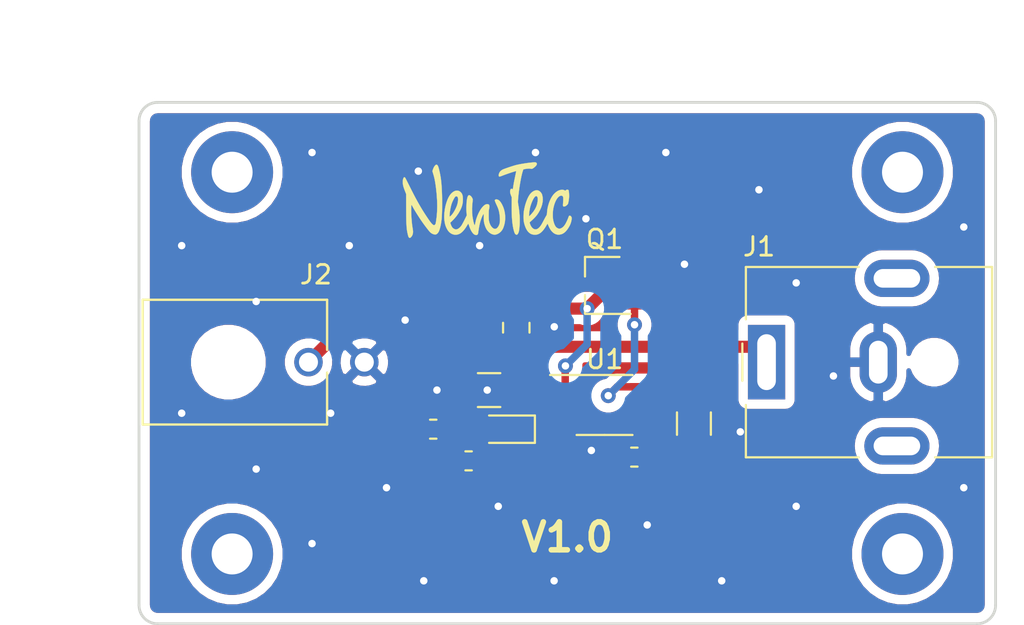
<source format=kicad_pcb>
(kicad_pcb (version 20171130) (host pcbnew "(5.1.6)-1")

  (general
    (thickness 1.6)
    (drawings 13)
    (tracks 76)
    (zones 0)
    (modules 16)
    (nets 11)
  )

  (page A4)
  (title_block
    (date 2022-05-27)
    (rev V1.0)
  )

  (layers
    (0 F.Cu signal)
    (31 B.Cu signal)
    (32 B.Adhes user)
    (33 F.Adhes user)
    (34 B.Paste user)
    (35 F.Paste user)
    (36 B.SilkS user)
    (37 F.SilkS user)
    (38 B.Mask user)
    (39 F.Mask user)
    (40 Dwgs.User user)
    (41 Cmts.User user)
    (42 Eco1.User user)
    (43 Eco2.User user)
    (44 Edge.Cuts user)
    (45 Margin user)
    (46 B.CrtYd user)
    (47 F.CrtYd user)
    (48 B.Fab user)
    (49 F.Fab user)
  )

  (setup
    (last_trace_width 0.25)
    (user_trace_width 0.4)
    (user_trace_width 0.5)
    (user_trace_width 0.65)
    (user_trace_width 1)
    (trace_clearance 0.2)
    (zone_clearance 0.508)
    (zone_45_only no)
    (trace_min 0.2)
    (via_size 0.8)
    (via_drill 0.4)
    (via_min_size 0.4)
    (via_min_drill 0.3)
    (uvia_size 0.3)
    (uvia_drill 0.1)
    (uvias_allowed no)
    (uvia_min_size 0.2)
    (uvia_min_drill 0.1)
    (edge_width 0.05)
    (segment_width 0.2)
    (pcb_text_width 0.3)
    (pcb_text_size 1.5 1.5)
    (mod_edge_width 0.12)
    (mod_text_size 1 1)
    (mod_text_width 0.15)
    (pad_size 1.524 1.524)
    (pad_drill 0.762)
    (pad_to_mask_clearance 0.05)
    (aux_axis_origin 128 102.25)
    (visible_elements 7FFFFF7F)
    (pcbplotparams
      (layerselection 0x010fc_ffffffff)
      (usegerberextensions false)
      (usegerberattributes true)
      (usegerberadvancedattributes true)
      (creategerberjobfile true)
      (excludeedgelayer true)
      (linewidth 0.100000)
      (plotframeref false)
      (viasonmask false)
      (mode 1)
      (useauxorigin false)
      (hpglpennumber 1)
      (hpglpenspeed 20)
      (hpglpendiameter 15.000000)
      (psnegative false)
      (psa4output false)
      (plotreference true)
      (plotvalue true)
      (plotinvisibletext false)
      (padsonsilk false)
      (subtractmaskfromsilk false)
      (outputformat 1)
      (mirror false)
      (drillshape 0)
      (scaleselection 1)
      (outputdirectory "../../Production/Gerber/Charger/"))
  )

  (net 0 "")
  (net 1 GNDREF)
  (net 2 "Net-(C1-Pad1)")
  (net 3 "Net-(C2-Pad2)")
  (net 4 "Net-(C2-Pad1)")
  (net 5 "Net-(D1-Pad2)")
  (net 6 "Net-(D1-Pad1)")
  (net 7 "Net-(J2-Pad1)")
  (net 8 "Net-(Q1-Pad2)")
  (net 9 "Net-(Q1-Pad1)")
  (net 10 "Net-(R3-Pad1)")

  (net_class Default "This is the default net class."
    (clearance 0.2)
    (trace_width 0.25)
    (via_dia 0.8)
    (via_drill 0.4)
    (uvia_dia 0.3)
    (uvia_drill 0.1)
    (add_net GNDREF)
    (add_net "Net-(C1-Pad1)")
    (add_net "Net-(C2-Pad1)")
    (add_net "Net-(C2-Pad2)")
    (add_net "Net-(D1-Pad1)")
    (add_net "Net-(D1-Pad2)")
    (add_net "Net-(J2-Pad1)")
    (add_net "Net-(Q1-Pad1)")
    (add_net "Net-(Q1-Pad2)")
    (add_net "Net-(R3-Pad1)")
  )

  (module footprints:NT_Kicad_Logo_2500x2500 (layer F.Cu) (tedit 0) (tstamp 627F732E)
    (at 146.7 79.5)
    (fp_text reference G*** (at 0 0) (layer F.SilkS) hide
      (effects (font (size 1.524 1.524) (thickness 0.3)))
    )
    (fp_text value LOGO (at 0.75 0) (layer F.SilkS) hide
      (effects (font (size 1.524 1.524) (thickness 0.3)))
    )
    (fp_poly (pts (xy -2.705168 -1.900942) (xy -2.688407 -1.8888) (xy -2.669638 -1.871032) (xy -2.653072 -1.847731)
      (xy -2.637593 -1.816131) (xy -2.622085 -1.773464) (xy -2.605429 -1.716965) (xy -2.58651 -1.643865)
      (xy -2.5818 -1.624738) (xy -2.55338 -1.502953) (xy -2.52859 -1.383976) (xy -2.507139 -1.265216)
      (xy -2.48874 -1.144085) (xy -2.473101 -1.017994) (xy -2.459933 -0.884354) (xy -2.448947 -0.740576)
      (xy -2.439852 -0.584072) (xy -2.432359 -0.412252) (xy -2.426617 -0.237904) (xy -2.423276 -0.091122)
      (xy -2.421493 0.059831) (xy -2.42121 0.212156) (xy -2.422368 0.363053) (xy -2.424907 0.509723)
      (xy -2.42877 0.649366) (xy -2.433896 0.779181) (xy -2.440229 0.89637) (xy -2.447707 0.998132)
      (xy -2.45393 1.06172) (xy -2.469636 1.180688) (xy -2.489626 1.297494) (xy -2.513088 1.408762)
      (xy -2.53921 1.511115) (xy -2.567178 1.601177) (xy -2.596181 1.675572) (xy -2.607249 1.69892)
      (xy -2.640483 1.750865) (xy -2.682995 1.797234) (xy -2.728516 1.831355) (xy -2.734995 1.83489)
      (xy -2.777319 1.846348) (xy -2.82976 1.84436) (xy -2.888393 1.830168) (xy -2.94929 1.805013)
      (xy -3.008526 1.770135) (xy -3.054478 1.733916) (xy -3.078087 1.70971) (xy -3.111621 1.67127)
      (xy -3.153253 1.620938) (xy -3.201159 1.561058) (xy -3.253513 1.493973) (xy -3.308488 1.422027)
      (xy -3.364261 1.347563) (xy -3.419005 1.272925) (xy -3.470895 1.200456) (xy -3.479162 1.18872)
      (xy -3.555878 1.07759) (xy -3.634648 0.959924) (xy -3.713314 0.839152) (xy -3.78972 0.718701)
      (xy -3.861709 0.602002) (xy -3.927125 0.492482) (xy -3.983811 0.393572) (xy -4.014223 0.337962)
      (xy -4.034332 0.301578) (xy -4.051321 0.273156) (xy -4.062747 0.256676) (xy -4.065732 0.254142)
      (xy -4.071971 0.26395) (xy -4.076886 0.292912) (xy -4.080436 0.339902) (xy -4.082578 0.403795)
      (xy -4.083269 0.483465) (xy -4.082466 0.577786) (xy -4.080911 0.65532) (xy -4.071546 0.89849)
      (xy -4.055738 1.123874) (xy -4.033531 1.330996) (xy -4.00497 1.51938) (xy -3.997861 1.558142)
      (xy -3.984588 1.667265) (xy -3.988082 1.76572) (xy -4.008277 1.853204) (xy -4.045103 1.929416)
      (xy -4.096126 1.991779) (xy -4.129035 2.01939) (xy -4.155777 2.029967) (xy -4.180525 2.023968)
      (xy -4.205555 2.003768) (xy -4.218674 1.987682) (xy -4.230234 1.965662) (xy -4.241636 1.933965)
      (xy -4.254282 1.888847) (xy -4.265475 1.843748) (xy -4.27988 1.781219) (xy -4.29264 1.719492)
      (xy -4.303854 1.656971) (xy -4.313621 1.592059) (xy -4.322038 1.523161) (xy -4.329205 1.44868)
      (xy -4.335219 1.367021) (xy -4.340179 1.276587) (xy -4.344183 1.175783) (xy -4.34733 1.063012)
      (xy -4.349718 0.936679) (xy -4.351445 0.795187) (xy -4.352609 0.636941) (xy -4.35331 0.460344)
      (xy -4.353416 0.41656) (xy -4.355054 -0.3302) (xy -4.41896 -0.49276) (xy -4.455478 -0.588346)
      (xy -4.483816 -0.669434) (xy -4.504873 -0.739709) (xy -4.519548 -0.802853) (xy -4.52874 -0.862547)
      (xy -4.533349 -0.922474) (xy -4.534324 -0.9652) (xy -4.533824 -1.022411) (xy -4.531155 -1.065618)
      (xy -4.525545 -1.101089) (xy -4.516225 -1.135092) (xy -4.51185 -1.148075) (xy -4.498611 -1.182405)
      (xy -4.486099 -1.208826) (xy -4.477059 -1.22158) (xy -4.448279 -1.229912) (xy -4.420661 -1.218417)
      (xy -4.397699 -1.19126) (xy -4.388604 -1.174816) (xy -4.371439 -1.142073) (xy -4.347169 -1.094935)
      (xy -4.316761 -1.035304) (xy -4.281181 -0.965081) (xy -4.241394 -0.88617) (xy -4.198368 -0.800472)
      (xy -4.153067 -0.709889) (xy -4.143582 -0.69088) (xy -4.037502 -0.480091) (xy -3.937634 -0.285783)
      (xy -3.842633 -0.105578) (xy -3.751152 0.062904) (xy -3.661846 0.222043) (xy -3.57337 0.374218)
      (xy -3.484377 0.521809) (xy -3.393521 0.667195) (xy -3.299456 0.812757) (xy -3.255796 0.87884)
      (xy -3.190354 0.976469) (xy -3.134224 1.058368) (xy -3.08617 1.126169) (xy -3.044954 1.181508)
      (xy -3.009339 1.22602) (xy -2.978087 1.26134) (xy -2.949961 1.289102) (xy -2.93624 1.301028)
      (xy -2.899234 1.329561) (xy -2.871592 1.343957) (xy -2.848735 1.344858) (xy -2.826083 1.332907)
      (xy -2.809571 1.318803) (xy -2.795388 1.304912) (xy -2.784791 1.291211) (xy -2.776518 1.273952)
      (xy -2.769312 1.249387) (xy -2.761912 1.21377) (xy -2.753059 1.163352) (xy -2.748782 1.13792)
      (xy -2.713679 0.878969) (xy -2.692647 0.605392) (xy -2.685684 0.317221) (xy -2.69279 0.01449)
      (xy -2.713966 -0.302767) (xy -2.74921 -0.634518) (xy -2.769449 -0.787034) (xy -2.788462 -0.915245)
      (xy -2.807499 -1.027949) (xy -2.827555 -1.129934) (xy -2.849628 -1.225988) (xy -2.874715 -1.320901)
      (xy -2.895241 -1.391344) (xy -2.945583 -1.558407) (xy -2.91365 -1.654708) (xy -2.881161 -1.737231)
      (xy -2.843289 -1.806564) (xy -2.801675 -1.860008) (xy -2.774247 -1.884325) (xy -2.745848 -1.903069)
      (xy -2.725229 -1.908483) (xy -2.705168 -1.900942)) (layer F.SilkS) (width 0.01))
    (fp_poly (pts (xy -1.535595 -0.499529) (xy -1.469811 -0.465891) (xy -1.424485 -0.428487) (xy -1.384259 -0.382781)
      (xy -1.353423 -0.332233) (xy -1.331075 -0.273817) (xy -1.316314 -0.20451) (xy -1.30824 -0.121287)
      (xy -1.305945 -0.03048) (xy -1.312299 0.1029) (xy -1.332474 0.228976) (xy -1.36768 0.352572)
      (xy -1.419127 0.478513) (xy -1.448787 0.538965) (xy -1.547335 0.710185) (xy -1.662187 0.871805)
      (xy -1.794684 1.025617) (xy -1.869497 1.101646) (xy -1.983517 1.212692) (xy -1.966816 1.27276)
      (xy -1.939863 1.348997) (xy -1.903668 1.421539) (xy -1.86774 1.475133) (xy -1.840688 1.501252)
      (xy -1.802747 1.527804) (xy -1.760318 1.551262) (xy -1.719805 1.5681) (xy -1.687611 1.574792)
      (xy -1.686782 1.5748) (xy -1.626767 1.565171) (xy -1.564051 1.537254) (xy -1.50074 1.492507)
      (xy -1.43894 1.432383) (xy -1.387516 1.367964) (xy -1.370759 1.341717) (xy -1.346854 1.300452)
      (xy -1.317565 1.247413) (xy -1.284658 1.185844) (xy -1.249897 1.118988) (xy -1.220859 1.06172)
      (xy -1.098711 0.81788) (xy -1.108389 0.73152) (xy -1.113237 0.671831) (xy -1.116519 0.596608)
      (xy -1.118273 0.510574) (xy -1.118535 0.418452) (xy -1.117342 0.324964) (xy -1.114732 0.234834)
      (xy -1.11074 0.152783) (xy -1.105405 0.083536) (xy -1.103166 0.062682) (xy -1.088681 -0.03992)
      (xy -1.071704 -0.122819) (xy -1.052017 -0.186503) (xy -1.0294 -0.231462) (xy -1.003634 -0.258184)
      (xy -0.9745 -0.26716) (xy -0.956377 -0.264544) (xy -0.903087 -0.238758) (xy -0.855229 -0.193774)
      (xy -0.813272 -0.130097) (xy -0.793393 -0.088489) (xy -0.78707 -0.07346) (xy -0.782428 -0.059852)
      (xy -0.779526 -0.044875) (xy -0.778422 -0.025743) (xy -0.779174 0.000332) (xy -0.781841 0.036138)
      (xy -0.786481 0.084461) (xy -0.793153 0.14809) (xy -0.799605 0.20828) (xy -0.814945 0.440867)
      (xy -0.811301 0.673123) (xy -0.788867 0.90268) (xy -0.747832 1.12717) (xy -0.714688 1.2573)
      (xy -0.702476 1.297562) (xy -0.691313 1.329203) (xy -0.682784 1.347969) (xy -0.679617 1.35128)
      (xy -0.671924 1.341878) (xy -0.661979 1.316159) (xy -0.650864 1.277849) (xy -0.639661 1.230673)
      (xy -0.629547 1.178897) (xy -0.604455 1.067054) (xy -0.56774 0.947321) (xy -0.521565 0.824715)
      (xy -0.468092 0.704258) (xy -0.409486 0.590969) (xy -0.347909 0.489867) (xy -0.309262 0.435603)
      (xy -0.244624 0.356882) (xy -0.184632 0.296511) (xy -0.127931 0.253428) (xy -0.073167 0.22657)
      (xy -0.029684 0.216028) (xy 0.027159 0.21442) (xy 0.070438 0.226899) (xy 0.100321 0.253796)
      (xy 0.116979 0.295442) (xy 0.12058 0.352167) (xy 0.111294 0.424302) (xy 0.100769 0.470613)
      (xy 0.093686 0.500846) (xy 0.088312 0.531069) (xy 0.084399 0.564781) (xy 0.081703 0.605481)
      (xy 0.079976 0.656667) (xy 0.078975 0.72184) (xy 0.078526 0.787266) (xy 0.078761 0.874752)
      (xy 0.080252 0.952256) (xy 0.082895 1.016988) (xy 0.086586 1.066161) (xy 0.089742 1.089847)
      (xy 0.118214 1.208834) (xy 0.158166 1.3126) (xy 0.20925 1.400456) (xy 0.271116 1.471714)
      (xy 0.29238 1.490286) (xy 0.348445 1.526716) (xy 0.402576 1.542935) (xy 0.454935 1.538947)
      (xy 0.505684 1.514752) (xy 0.532885 1.492909) (xy 0.572108 1.448058) (xy 0.609265 1.389845)
      (xy 0.640371 1.325139) (xy 0.656112 1.280661) (xy 0.673658 1.197482) (xy 0.682133 1.09784)
      (xy 0.681559 0.983447) (xy 0.671955 0.856012) (xy 0.653343 0.717247) (xy 0.648984 0.69088)
      (xy 0.6303 0.59709) (xy 0.606464 0.509303) (xy 0.575336 0.420975) (xy 0.534772 0.325561)
      (xy 0.516509 0.286234) (xy 0.47502 0.196923) (xy 0.443381 0.125101) (xy 0.4215 0.070536)
      (xy 0.409282 0.032997) (xy 0.4064 0.015417) (xy 0.415469 -0.01293) (xy 0.440571 -0.032332)
      (xy 0.478546 -0.040518) (xy 0.484423 -0.04064) (xy 0.540285 -0.03449) (xy 0.592156 -0.015176)
      (xy 0.641476 0.0186) (xy 0.689685 0.068134) (xy 0.738222 0.134722) (xy 0.788527 0.219662)
      (xy 0.802622 0.245953) (xy 0.866555 0.387686) (xy 0.914772 0.53834) (xy 0.947184 0.6951)
      (xy 0.963703 0.855149) (xy 0.964243 1.01567) (xy 0.948714 1.173846) (xy 0.917029 1.326861)
      (xy 0.8691 1.471898) (xy 0.842758 1.532641) (xy 0.794319 1.61575) (xy 0.732102 1.690643)
      (xy 0.6594 1.754659) (xy 0.579501 1.805133) (xy 0.495695 1.839403) (xy 0.450531 1.850136)
      (xy 0.370999 1.853941) (xy 0.289699 1.838387) (xy 0.208383 1.804126) (xy 0.128808 1.751811)
      (xy 0.084867 1.714131) (xy 0.016811 1.641708) (xy -0.039214 1.561793) (xy -0.085847 1.470073)
      (xy -0.120368 1.378713) (xy -0.142046 1.310359) (xy -0.158369 1.250169) (xy -0.170045 1.193156)
      (xy -0.177783 1.134334) (xy -0.182291 1.068716) (xy -0.184277 0.991315) (xy -0.184547 0.9271)
      (xy -0.184906 0.868253) (xy -0.18606 0.817105) (xy -0.187868 0.77684) (xy -0.190189 0.750641)
      (xy -0.192779 0.74168) (xy -0.205107 0.750872) (xy -0.222448 0.776558) (xy -0.243556 0.815897)
      (xy -0.267182 0.866051) (xy -0.29208 0.924182) (xy -0.317002 0.987449) (xy -0.340702 1.053015)
      (xy -0.361932 1.118041) (xy -0.369954 1.144999) (xy -0.392569 1.228513) (xy -0.412824 1.314588)
      (xy -0.431562 1.407455) (xy -0.449623 1.511347) (xy -0.467849 1.630494) (xy -0.471381 1.655073)
      (xy -0.480654 1.718082) (xy -0.488357 1.764199) (xy -0.49532 1.79671) (xy -0.502373 1.818899)
      (xy -0.510345 1.834053) (xy -0.519241 1.844643) (xy -0.554354 1.867742) (xy -0.597857 1.874138)
      (xy -0.651667 1.864094) (xy -0.65443 1.863238) (xy -0.704391 1.837918) (xy -0.755039 1.794053)
      (xy -0.80523 1.733334) (xy -0.853818 1.657454) (xy -0.899661 1.568105) (xy -0.941612 1.466978)
      (xy -0.962116 1.408459) (xy -0.978639 1.359492) (xy -0.993576 1.317439) (xy -1.005519 1.286113)
      (xy -1.013057 1.269327) (xy -1.01413 1.267806) (xy -1.022205 1.272671) (xy -1.037958 1.29217)
      (xy -1.059137 1.323211) (xy -1.083485 1.362703) (xy -1.084082 1.363716) (xy -1.165647 1.492669)
      (xy -1.246726 1.601517) (xy -1.32749 1.690463) (xy -1.408112 1.759712) (xy -1.436908 1.779711)
      (xy -1.523894 1.825119) (xy -1.614222 1.851466) (xy -1.705771 1.859261) (xy -1.796422 1.849016)
      (xy -1.884055 1.821242) (xy -1.966552 1.776448) (xy -2.041791 1.715146) (xy -2.107654 1.637846)
      (xy -2.123579 1.614261) (xy -2.18731 1.501061) (xy -2.237095 1.381005) (xy -2.273496 1.251873)
      (xy -2.297075 1.11144) (xy -2.308396 0.957487) (xy -2.30964 0.87884) (xy -2.308236 0.847008)
      (xy -2.02316 0.847008) (xy -2.019624 0.874056) (xy -2.011917 0.883915) (xy -2.01171 0.88392)
      (xy -1.999083 0.877578) (xy -1.977339 0.861257) (xy -1.959873 0.846241) (xy -1.908098 0.792137)
      (xy -1.853616 0.72211) (xy -1.798663 0.639949) (xy -1.745472 0.549442) (xy -1.696277 0.454377)
      (xy -1.653313 0.358542) (xy -1.620513 0.270866) (xy -1.597488 0.19162) (xy -1.580602 0.11227)
      (xy -1.570022 0.035945) (xy -1.565917 -0.034228) (xy -1.568453 -0.095122) (xy -1.577797 -0.143609)
      (xy -1.594118 -0.176563) (xy -1.596416 -0.17918) (xy -1.626362 -0.197722) (xy -1.664341 -0.203548)
      (xy -1.701723 -0.195568) (xy -1.70678 -0.193094) (xy -1.725223 -0.176064) (xy -1.749204 -0.143307)
      (xy -1.777007 -0.098081) (xy -1.806918 -0.04364) (xy -1.837219 0.01676) (xy -1.866197 0.079862)
      (xy -1.892135 0.142413) (xy -1.911284 0.195012) (xy -1.928914 0.252988) (xy -1.946109 0.319402)
      (xy -1.962495 0.391693) (xy -1.977698 0.467298) (xy -1.991345 0.543654) (xy -2.003062 0.618199)
      (xy -2.012476 0.688369) (xy -2.019212 0.751603) (xy -2.022898 0.805337) (xy -2.02316 0.847008)
      (xy -2.308236 0.847008) (xy -2.30069 0.67599) (xy -2.274706 0.47226) (xy -2.232547 0.272907)
      (xy -2.184028 0.109038) (xy -2.134843 -0.023436) (xy -2.083146 -0.137439) (xy -2.027926 -0.234765)
      (xy -1.968168 -0.317208) (xy -1.905207 -0.384375) (xy -1.83 -0.444804) (xy -1.754193 -0.486648)
      (xy -1.679028 -0.509793) (xy -1.605748 -0.514125) (xy -1.535595 -0.499529)) (layer F.SilkS) (width 0.01))
    (fp_poly (pts (xy 2.574219 -2.030256) (xy 2.593253 -2.028084) (xy 2.632855 -2.012354) (xy 2.657282 -1.984327)
      (xy 2.665393 -1.946399) (xy 2.656047 -1.900965) (xy 2.655013 -1.898318) (xy 2.637473 -1.86926)
      (xy 2.607058 -1.833208) (xy 2.56799 -1.794151) (xy 2.52449 -1.756076) (xy 2.480779 -1.722973)
      (xy 2.447367 -1.702132) (xy 2.416459 -1.686582) (xy 2.393283 -1.680214) (xy 2.368312 -1.68149)
      (xy 2.346186 -1.685777) (xy 2.278378 -1.695018) (xy 2.201931 -1.694912) (xy 2.113258 -1.685331)
      (xy 2.055535 -1.67552) (xy 1.941911 -1.654133) (xy 1.916107 -1.581447) (xy 1.891602 -1.504334)
      (xy 1.866198 -1.409349) (xy 1.840302 -1.298901) (xy 1.814324 -1.175395) (xy 1.788671 -1.041238)
      (xy 1.763752 -0.898838) (xy 1.739974 -0.750601) (xy 1.717747 -0.598934) (xy 1.697479 -0.446244)
      (xy 1.679578 -0.294937) (xy 1.664451 -0.147421) (xy 1.655567 -0.045637) (xy 1.650927 0.015821)
      (xy 1.648474 0.062991) (xy 1.648405 0.101806) (xy 1.650917 0.138203) (xy 1.656207 0.178113)
      (xy 1.664472 0.227473) (xy 1.664684 0.228683) (xy 1.698157 0.43849) (xy 1.722451 0.635537)
      (xy 1.737987 0.824974) (xy 1.745185 1.011951) (xy 1.744468 1.201617) (xy 1.744425 1.203449)
      (xy 1.739347 1.343621) (xy 1.731161 1.464722) (xy 1.719679 1.567791) (xy 1.704719 1.653866)
      (xy 1.686093 1.723984) (xy 1.663617 1.779183) (xy 1.637105 1.820502) (xy 1.633563 1.824669)
      (xy 1.608275 1.848945) (xy 1.58483 1.857475) (xy 1.555797 1.851829) (xy 1.538229 1.844775)
      (xy 1.513703 1.829453) (xy 1.492292 1.804789) (xy 1.472464 1.768008) (xy 1.452685 1.716334)
      (xy 1.434028 1.65608) (xy 1.403567 1.537272) (xy 1.377641 1.406832) (xy 1.356144 1.263591)
      (xy 1.338974 1.10638) (xy 1.326025 0.93403) (xy 1.317193 0.745372) (xy 1.312375 0.539238)
      (xy 1.311464 0.314458) (xy 1.311623 0.28448) (xy 1.314406 -0.15748) (xy 1.277301 -0.250201)
      (xy 1.245989 -0.340864) (xy 1.229708 -0.419787) (xy 1.228329 -0.488765) (xy 1.241726 -0.549591)
      (xy 1.254051 -0.57775) (xy 1.272571 -0.604307) (xy 1.294035 -0.612875) (xy 1.323117 -0.60473)
      (xy 1.333546 -0.599476) (xy 1.368704 -0.580633) (xy 1.380236 -0.633217) (xy 1.386406 -0.665292)
      (xy 1.394048 -0.710795) (xy 1.402072 -0.762993) (xy 1.407704 -0.80264) (xy 1.413992 -0.843012)
      (xy 1.423905 -0.899492) (xy 1.436727 -0.968335) (xy 1.451743 -1.045798) (xy 1.468237 -1.128138)
      (xy 1.485495 -1.211611) (xy 1.48906 -1.228511) (xy 1.505215 -1.305087) (xy 1.519919 -1.375293)
      (xy 1.532664 -1.436657) (xy 1.542939 -1.486705) (xy 1.550234 -1.522963) (xy 1.554041 -1.542957)
      (xy 1.55448 -1.546011) (xy 1.545799 -1.552451) (xy 1.529843 -1.55448) (xy 1.51072 -1.551163)
      (xy 1.475191 -1.541807) (xy 1.425952 -1.527308) (xy 1.365696 -1.508558) (xy 1.29712 -1.486454)
      (xy 1.222918 -1.46189) (xy 1.145784 -1.435759) (xy 1.068415 -1.408957) (xy 0.993505 -1.382377)
      (xy 0.923749 -1.356915) (xy 0.861841 -1.333465) (xy 0.849834 -1.32878) (xy 0.785053 -1.303628)
      (xy 0.736292 -1.285515) (xy 0.700826 -1.273643) (xy 0.675928 -1.267211) (xy 0.658871 -1.265419)
      (xy 0.646929 -1.267469) (xy 0.644374 -1.26851) (xy 0.622375 -1.287191) (xy 0.612877 -1.31852)
      (xy 0.615504 -1.364211) (xy 0.619183 -1.383743) (xy 0.645092 -1.463187) (xy 0.686992 -1.53147)
      (xy 0.745869 -1.589845) (xy 0.818702 -1.637414) (xy 0.846895 -1.650481) (xy 0.891483 -1.668442)
      (xy 0.949425 -1.690264) (xy 1.017679 -1.714915) (xy 1.093204 -1.741363) (xy 1.17296 -1.768573)
      (xy 1.253904 -1.795514) (xy 1.332996 -1.821152) (xy 1.407194 -1.844455) (xy 1.473457 -1.86439)
      (xy 1.528744 -1.879923) (xy 1.545868 -1.884363) (xy 1.62434 -1.902767) (xy 1.712678 -1.921208)
      (xy 1.808317 -1.939336) (xy 1.90869 -1.956797) (xy 2.011231 -1.97324) (xy 2.113376 -1.988312)
      (xy 2.212558 -2.001663) (xy 2.30621 -2.012939) (xy 2.391769 -2.021788) (xy 2.466667 -2.027859)
      (xy 2.528339 -2.030799) (xy 2.574219 -2.030256)) (layer F.SilkS) (width 0.01))
    (fp_poly (pts (xy 4.33232 -0.56065) (xy 4.360258 -0.541249) (xy 4.36794 -0.529926) (xy 4.375505 -0.505936)
      (xy 4.382427 -0.465846) (xy 4.38838 -0.413875) (xy 4.393042 -0.354241) (xy 4.396086 -0.291162)
      (xy 4.39719 -0.228856) (xy 4.396028 -0.171542) (xy 4.395827 -0.167284) (xy 4.39128 -0.105451)
      (xy 4.383894 -0.039085) (xy 4.374405 0.02746) (xy 4.363548 0.089834) (xy 4.352059 0.143684)
      (xy 4.340674 0.184659) (xy 4.333157 0.203359) (xy 4.313422 0.230842) (xy 4.282549 0.262781)
      (xy 4.246893 0.293301) (xy 4.21281 0.316521) (xy 4.207913 0.319174) (xy 4.177111 0.331305)
      (xy 4.141414 0.340477) (xy 4.137168 0.34121) (xy 4.109601 0.343856) (xy 4.093155 0.338302)
      (xy 4.07931 0.321571) (xy 4.078799 0.320794) (xy 4.071948 0.308546) (xy 4.067634 0.294254)
      (xy 4.065726 0.274226) (xy 4.066096 0.244767) (xy 4.068614 0.202183) (xy 4.072737 0.147966)
      (xy 4.079696 0.04875) (xy 4.083261 -0.031502) (xy 4.083433 -0.093861) (xy 4.080215 -0.139397)
      (xy 4.073611 -0.169179) (xy 4.073483 -0.169519) (xy 4.049346 -0.212438) (xy 4.016315 -0.237123)
      (xy 3.980622 -0.243841) (xy 3.923542 -0.233908) (xy 3.867086 -0.205017) (xy 3.812055 -0.158529)
      (xy 3.759246 -0.095806) (xy 3.709459 -0.018208) (xy 3.663492 0.072902) (xy 3.622144 0.176165)
      (xy 3.586215 0.290219) (xy 3.556503 0.413702) (xy 3.539359 0.508003) (xy 3.53059 0.580635)
      (xy 3.524867 0.664688) (xy 3.522191 0.754682) (xy 3.52256 0.845137) (xy 3.525978 0.930574)
      (xy 3.532443 1.005513) (xy 3.539297 1.05156) (xy 3.564612 1.16321) (xy 3.595636 1.262263)
      (xy 3.631525 1.346585) (xy 3.671435 1.414045) (xy 3.694172 1.442503) (xy 3.73303 1.477066)
      (xy 3.779843 1.506198) (xy 3.827847 1.526396) (xy 3.870277 1.534155) (xy 3.871144 1.53416)
      (xy 3.932014 1.524499) (xy 3.994774 1.496643) (xy 4.057131 1.452279) (xy 4.116789 1.393095)
      (xy 4.171452 1.320781) (xy 4.180484 1.306659) (xy 4.216115 1.244819) (xy 4.254511 1.170284)
      (xy 4.292491 1.089788) (xy 4.326873 1.010066) (xy 4.353793 0.9398) (xy 4.37068 0.893184)
      (xy 4.383806 0.862558) (xy 4.395684 0.844587) (xy 4.408829 0.835933) (xy 4.425754 0.833261)
      (xy 4.434183 0.83312) (xy 4.468204 0.842618) (xy 4.499393 0.868546) (xy 4.523629 0.907054)
      (xy 4.529503 0.922175) (xy 4.535893 0.96311) (xy 4.533959 1.018151) (xy 4.524624 1.083312)
      (xy 4.50881 1.154604) (xy 4.48744 1.228041) (xy 4.461438 1.299634) (xy 4.431727 1.365397)
      (xy 4.423121 1.38176) (xy 4.351699 1.502985) (xy 4.279923 1.604713) (xy 4.206998 1.687763)
      (xy 4.132129 1.752953) (xy 4.054522 1.8011) (xy 3.989734 1.827962) (xy 3.891594 1.850933)
      (xy 3.797258 1.854133) (xy 3.707101 1.837818) (xy 3.621499 1.802247) (xy 3.540827 1.747675)
      (xy 3.465461 1.674361) (xy 3.395776 1.582561) (xy 3.332148 1.472533) (xy 3.274951 1.344534)
      (xy 3.271636 1.33604) (xy 3.258426 1.303284) (xy 3.247396 1.278339) (xy 3.241481 1.267453)
      (xy 3.234013 1.27221) (xy 3.21951 1.29135) (xy 3.200511 1.321333) (xy 3.190519 1.338573)
      (xy 3.112773 1.467646) (xy 3.036006 1.577112) (xy 2.959587 1.667623) (xy 2.882885 1.739827)
      (xy 2.80527 1.794376) (xy 2.72611 1.831919) (xy 2.704762 1.839109) (xy 2.62945 1.85441)
      (xy 2.546442 1.857981) (xy 2.464656 1.849788) (xy 2.42316 1.840178) (xy 2.378151 1.826035)
      (xy 2.34263 1.811294) (xy 2.308876 1.792031) (xy 2.269169 1.76432) (xy 2.258663 1.756549)
      (xy 2.200424 1.702723) (xy 2.145153 1.631312) (xy 2.094107 1.544979) (xy 2.048538 1.446387)
      (xy 2.009703 1.338198) (xy 1.978856 1.223076) (xy 1.959992 1.12268) (xy 1.953615 1.062635)
      (xy 1.94984 0.98802) (xy 1.948605 0.904408) (xy 1.949152 0.866078) (xy 2.24536 0.866078)
      (xy 2.26822 0.85111) (xy 2.2836 0.838) (xy 2.308969 0.8131) (xy 2.340903 0.779887)
      (xy 2.375983 0.741837) (xy 2.378793 0.738722) (xy 2.484236 0.609469) (xy 2.569565 0.478163)
      (xy 2.634914 0.344491) (xy 2.680414 0.208142) (xy 2.706197 0.068807) (xy 2.71272 -0.047556)
      (xy 2.710425 -0.104955) (xy 2.702535 -0.147323) (xy 2.687541 -0.179531) (xy 2.663935 -0.206454)
      (xy 2.663369 -0.206969) (xy 2.637978 -0.220202) (xy 2.608942 -0.21597) (xy 2.57471 -0.19377)
      (xy 2.549504 -0.17005) (xy 2.516416 -0.128476) (xy 2.480614 -0.070306) (xy 2.443559 0.001171)
      (xy 2.406713 0.082665) (xy 2.371536 0.170886) (xy 2.33949 0.262544) (xy 2.312037 0.354349)
      (xy 2.305382 0.37959) (xy 2.291984 0.438735) (xy 2.278888 0.508397) (xy 2.266906 0.582942)
      (xy 2.256847 0.65674) (xy 2.249523 0.724159) (xy 2.245744 0.779566) (xy 2.245406 0.796259)
      (xy 2.24536 0.866078) (xy 1.949152 0.866078) (xy 1.949849 0.817371) (xy 1.95351 0.732485)
      (xy 1.959525 0.655321) (xy 1.965746 0.60452) (xy 1.991959 0.45745) (xy 2.025792 0.312292)
      (xy 2.066217 0.171902) (xy 2.112206 0.039138) (xy 2.16273 -0.083144) (xy 2.21676 -0.192084)
      (xy 2.273268 -0.284828) (xy 2.298312 -0.319327) (xy 2.362329 -0.391459) (xy 2.431392 -0.449605)
      (xy 2.503372 -0.492923) (xy 2.576141 -0.520571) (xy 2.647572 -0.531708) (xy 2.715538 -0.525493)
      (xy 2.769532 -0.50566) (xy 2.830719 -0.464138) (xy 2.884498 -0.409003) (xy 2.926183 -0.345781)
      (xy 2.94654 -0.296874) (xy 2.974905 -0.170938) (xy 2.984356 -0.039235) (xy 2.975139 0.09723)
      (xy 2.947499 0.237456) (xy 2.901682 0.380441) (xy 2.837933 0.525181) (xy 2.756499 0.670674)
      (xy 2.682087 0.78232) (xy 2.63577 0.841626) (xy 2.575956 0.909418) (xy 2.505756 0.98247)
      (xy 2.428281 1.057556) (xy 2.346641 1.131453) (xy 2.338415 1.138612) (xy 2.273991 1.194473)
      (xy 2.291303 1.255096) (xy 2.322073 1.340065) (xy 2.361868 1.414072) (xy 2.408963 1.475579)
      (xy 2.461634 1.523048) (xy 2.518155 1.55494) (xy 2.576803 1.569717) (xy 2.635852 1.56584)
      (xy 2.638868 1.565108) (xy 2.701993 1.539322) (xy 2.764217 1.494535) (xy 2.816867 1.440307)
      (xy 2.844789 1.406156) (xy 2.869917 1.372851) (xy 2.894173 1.337261) (xy 2.919478 1.296259)
      (xy 2.947756 1.246715) (xy 2.980927 1.185501) (xy 3.020915 1.109487) (xy 3.025489 1.10071)
      (xy 3.057854 1.039224) (xy 3.089754 0.979833) (xy 3.119073 0.926385) (xy 3.143696 0.882729)
      (xy 3.161508 0.852714) (xy 3.163533 0.849514) (xy 3.180009 0.822884) (xy 3.191346 0.800279)
      (xy 3.198923 0.776462) (xy 3.204117 0.7462) (xy 3.208305 0.704255) (xy 3.211106 0.668694)
      (xy 3.219025 0.579176) (xy 3.228772 0.501429) (xy 3.241709 0.42691) (xy 3.259194 0.347077)
      (xy 3.268227 0.30988) (xy 3.308698 0.170173) (xy 3.358609 0.037128) (xy 3.416519 -0.086422)
      (xy 3.480988 -0.197641) (xy 3.550575 -0.293695) (xy 3.60601 -0.354822) (xy 3.691874 -0.431189)
      (xy 3.775986 -0.488596) (xy 3.860306 -0.52806) (xy 3.94679 -0.5506) (xy 3.99288 -0.555943)
      (xy 4.036634 -0.557856) (xy 4.069578 -0.555327) (xy 4.100999 -0.54694) (xy 4.132124 -0.534704)
      (xy 4.195168 -0.508126) (xy 4.222261 -0.533235) (xy 4.258299 -0.556757) (xy 4.29666 -0.565858)
      (xy 4.33232 -0.56065)) (layer F.SilkS) (width 0.01))
  )

  (module footprints:66200221022 (layer F.Cu) (tedit 627577B9) (tstamp 62754C31)
    (at 132.8 88.2 270)
    (descr "WR-MPC3 3.00mm Male Dual Row Angled Header with Plastic Pegs, 2 Pins")
    (path /626C9639)
    (fp_text reference J2 (at -4.7 -4.7 180) (layer F.SilkS)
      (effects (font (size 1 1) (thickness 0.15)))
    )
    (fp_text value 66200221022 (at 3.665 6.045 90) (layer F.Fab) hide
      (effects (font (size 1 1) (thickness 0.15)))
    )
    (fp_line (start -3.6 4.85) (end -3.6 -8.6) (layer F.CrtYd) (width 0.127))
    (fp_line (start 3.6 4.85) (end -3.6 4.85) (layer F.CrtYd) (width 0.127))
    (fp_line (start 3.6 -8.6) (end 3.6 4.85) (layer F.CrtYd) (width 0.127))
    (fp_line (start -3.6 -8.6) (end 3.6 -8.6) (layer F.CrtYd) (width 0.127))
    (fp_line (start 0.56 -5.3) (end 3.35 -5.3) (layer F.SilkS) (width 0.127))
    (fp_line (start -0.66 -5.3) (end -3.35 -5.3) (layer F.SilkS) (width 0.127))
    (fp_line (start -3.35 4.6) (end -3.35 -5.3) (layer F.SilkS) (width 0.127))
    (fp_line (start 3.35 4.6) (end -3.35 4.6) (layer F.SilkS) (width 0.127))
    (fp_line (start 3.35 -5.3) (end 3.35 4.6) (layer F.SilkS) (width 0.127))
    (fp_line (start -3.35 4.6) (end -3.35 -5.3) (layer F.Fab) (width 0.127))
    (fp_line (start 3.35 4.6) (end -3.35 4.6) (layer F.Fab) (width 0.127))
    (fp_line (start 3.35 -5.3) (end 3.35 4.6) (layer F.Fab) (width 0.127))
    (fp_line (start -3.35 -5.3) (end 3.35 -5.3) (layer F.Fab) (width 0.127))
    (fp_text user 1 (at -2.035 -3.295 90) (layer F.Fab) hide
      (effects (font (size 1 1) (thickness 0.15)))
    )
    (fp_text user 2 (at -2.135 -6.635 90) (layer F.Fab) hide
      (effects (font (size 1 1) (thickness 0.15)))
    )
    (fp_text user 1 (at -2.035 -3.295 90) (layer F.Fab)
      (effects (font (size 1 1) (thickness 0.15)))
    )
    (pad None np_thru_hole circle (at 0 0 270) (size 3 3) (drill 3) (layers *.Cu *.Mask))
    (pad 2 thru_hole circle (at 0 -7.3 270) (size 1.53 1.53) (drill 1.02) (layers *.Cu *.Mask)
      (net 1 GNDREF))
    (pad 1 thru_hole circle (at 0 -4.3 270) (size 1.53 1.53) (drill 1.02) (layers *.Cu *.Mask)
      (net 7 "Net-(J2-Pad1)"))
    (model ${KIPRJMOD}/3D-files/66200221022.step
      (offset (xyz 0 0.4 4))
      (scale (xyz 1 1 1))
      (rotate (xyz 90 0 180))
    )
  )

  (module MountingHole:MountingHole_2.2mm_M2_Pad (layer F.Cu) (tedit 56D1B4CB) (tstamp 62758825)
    (at 169 78)
    (descr "Mounting Hole 2.2mm, M2")
    (tags "mounting hole 2.2mm m2")
    (path /627758CD)
    (attr virtual)
    (fp_text reference H4 (at 0 -3.2) (layer F.SilkS) hide
      (effects (font (size 1 1) (thickness 0.15)))
    )
    (fp_text value MountingHole (at 0 3.2) (layer F.Fab) hide
      (effects (font (size 1 1) (thickness 0.15)))
    )
    (fp_circle (center 0 0) (end 2.45 0) (layer F.CrtYd) (width 0.05))
    (fp_circle (center 0 0) (end 2.2 0) (layer Cmts.User) (width 0.15))
    (fp_text user %R (at 0.3 0) (layer F.Fab) hide
      (effects (font (size 1 1) (thickness 0.15)))
    )
    (pad 1 thru_hole circle (at 0 0) (size 4.4 4.4) (drill 2.2) (layers *.Cu *.Mask))
  )

  (module MountingHole:MountingHole_2.2mm_M2_Pad (layer F.Cu) (tedit 56D1B4CB) (tstamp 6275881D)
    (at 169 98.5)
    (descr "Mounting Hole 2.2mm, M2")
    (tags "mounting hole 2.2mm m2")
    (path /62775237)
    (attr virtual)
    (fp_text reference H3 (at 0 -3.2) (layer F.SilkS) hide
      (effects (font (size 1 1) (thickness 0.15)))
    )
    (fp_text value MountingHole (at 0 3.2) (layer F.Fab) hide
      (effects (font (size 1 1) (thickness 0.15)))
    )
    (fp_circle (center 0 0) (end 2.45 0) (layer F.CrtYd) (width 0.05))
    (fp_circle (center 0 0) (end 2.2 0) (layer Cmts.User) (width 0.15))
    (fp_text user %R (at 0.3 0) (layer F.Fab) hide
      (effects (font (size 1 1) (thickness 0.15)))
    )
    (pad 1 thru_hole circle (at 0 0) (size 4.4 4.4) (drill 2.2) (layers *.Cu *.Mask))
  )

  (module MountingHole:MountingHole_2.2mm_M2_Pad (layer F.Cu) (tedit 56D1B4CB) (tstamp 627589EA)
    (at 133 98.5)
    (descr "Mounting Hole 2.2mm, M2")
    (tags "mounting hole 2.2mm m2")
    (path /62774303)
    (attr virtual)
    (fp_text reference H2 (at 0 -3.2) (layer F.SilkS) hide
      (effects (font (size 1 1) (thickness 0.15)))
    )
    (fp_text value MountingHole (at 0 3.2) (layer F.Fab) hide
      (effects (font (size 1 1) (thickness 0.15)))
    )
    (fp_circle (center 0 0) (end 2.45 0) (layer F.CrtYd) (width 0.05))
    (fp_circle (center 0 0) (end 2.2 0) (layer Cmts.User) (width 0.15))
    (fp_text user %R (at 0.3 0) (layer F.Fab) hide
      (effects (font (size 1 1) (thickness 0.15)))
    )
    (pad 1 thru_hole circle (at 0 0) (size 4.4 4.4) (drill 2.2) (layers *.Cu *.Mask))
  )

  (module MountingHole:MountingHole_2.2mm_M2_Pad (layer F.Cu) (tedit 56D1B4CB) (tstamp 627589CB)
    (at 133 78)
    (descr "Mounting Hole 2.2mm, M2")
    (tags "mounting hole 2.2mm m2")
    (path /6276FC02)
    (attr virtual)
    (fp_text reference H1 (at 0 -3.2) (layer F.SilkS) hide
      (effects (font (size 1 1) (thickness 0.15)))
    )
    (fp_text value MountingHole (at 0 3.2) (layer F.Fab) hide
      (effects (font (size 1 1) (thickness 0.15)))
    )
    (fp_circle (center 0 0) (end 2.45 0) (layer F.CrtYd) (width 0.05))
    (fp_circle (center 0 0) (end 2.2 0) (layer Cmts.User) (width 0.15))
    (fp_text user %R (at 0.3 0) (layer F.Fab) hide
      (effects (font (size 1 1) (thickness 0.15)))
    )
    (pad 1 thru_hole circle (at 0 0) (size 4.4 4.4) (drill 2.2) (layers *.Cu *.Mask))
  )

  (module Resistor_SMD:R_0805_2012Metric_Pad1.15x1.40mm_HandSolder (layer F.Cu) (tedit 5B36C52B) (tstamp 6275718F)
    (at 148.26 86.35 90)
    (descr "Resistor SMD 0805 (2012 Metric), square (rectangular) end terminal, IPC_7351 nominal with elongated pad for handsoldering. (Body size source: https://docs.google.com/spreadsheets/d/1BsfQQcO9C6DZCsRaXUlFlo91Tg2WpOkGARC1WS5S8t0/edit?usp=sharing), generated with kicad-footprint-generator")
    (tags "resistor handsolder")
    (path /626D2776)
    (attr smd)
    (fp_text reference R1 (at 0 -1.65 90) (layer F.SilkS) hide
      (effects (font (size 1 1) (thickness 0.15)))
    )
    (fp_text value 110m (at 0 1.65 90) (layer F.Fab) hide
      (effects (font (size 1 1) (thickness 0.15)))
    )
    (fp_line (start 1.85 0.95) (end -1.85 0.95) (layer F.CrtYd) (width 0.05))
    (fp_line (start 1.85 -0.95) (end 1.85 0.95) (layer F.CrtYd) (width 0.05))
    (fp_line (start -1.85 -0.95) (end 1.85 -0.95) (layer F.CrtYd) (width 0.05))
    (fp_line (start -1.85 0.95) (end -1.85 -0.95) (layer F.CrtYd) (width 0.05))
    (fp_line (start -0.261252 0.71) (end 0.261252 0.71) (layer F.SilkS) (width 0.12))
    (fp_line (start -0.261252 -0.71) (end 0.261252 -0.71) (layer F.SilkS) (width 0.12))
    (fp_line (start 1 0.6) (end -1 0.6) (layer F.Fab) (width 0.1))
    (fp_line (start 1 -0.6) (end 1 0.6) (layer F.Fab) (width 0.1))
    (fp_line (start -1 -0.6) (end 1 -0.6) (layer F.Fab) (width 0.1))
    (fp_line (start -1 0.6) (end -1 -0.6) (layer F.Fab) (width 0.1))
    (fp_text user %R (at 0 0 90) (layer F.Fab) hide
      (effects (font (size 0.5 0.5) (thickness 0.08)))
    )
    (pad 2 smd roundrect (at 1.025 0 90) (size 1.15 1.4) (layers F.Cu F.Paste F.Mask) (roundrect_rratio 0.217391)
      (net 8 "Net-(Q1-Pad2)"))
    (pad 1 smd roundrect (at -1.025 0 90) (size 1.15 1.4) (layers F.Cu F.Paste F.Mask) (roundrect_rratio 0.217391)
      (net 2 "Net-(C1-Pad1)"))
    (model ${KISYS3DMOD}/Resistor_SMD.3dshapes/R_0805_2012Metric.wrl
      (at (xyz 0 0 0))
      (scale (xyz 1 1 1))
      (rotate (xyz 0 0 0))
    )
  )

  (module Package_SO:MSOP-8_3x3mm_P0.65mm (layer F.Cu) (tedit 5E509FDD) (tstamp 62756C20)
    (at 153 90.5)
    (descr "MSOP, 8 Pin (https://www.jedec.org/system/files/docs/mo-187F.pdf variant AA), generated with kicad-footprint-generator ipc_gullwing_generator.py")
    (tags "MSOP SO")
    (path /626CBD84)
    (attr smd)
    (fp_text reference U1 (at 0 -2.45) (layer F.SilkS)
      (effects (font (size 1 1) (thickness 0.15)))
    )
    (fp_text value MCP73844T-820I (at 0 2.45) (layer F.Fab) hide
      (effects (font (size 1 1) (thickness 0.15)))
    )
    (fp_line (start 3.18 -1.75) (end -3.18 -1.75) (layer F.CrtYd) (width 0.05))
    (fp_line (start 3.18 1.75) (end 3.18 -1.75) (layer F.CrtYd) (width 0.05))
    (fp_line (start -3.18 1.75) (end 3.18 1.75) (layer F.CrtYd) (width 0.05))
    (fp_line (start -3.18 -1.75) (end -3.18 1.75) (layer F.CrtYd) (width 0.05))
    (fp_line (start -1.5 -0.75) (end -0.75 -1.5) (layer F.Fab) (width 0.1))
    (fp_line (start -1.5 1.5) (end -1.5 -0.75) (layer F.Fab) (width 0.1))
    (fp_line (start 1.5 1.5) (end -1.5 1.5) (layer F.Fab) (width 0.1))
    (fp_line (start 1.5 -1.5) (end 1.5 1.5) (layer F.Fab) (width 0.1))
    (fp_line (start -0.75 -1.5) (end 1.5 -1.5) (layer F.Fab) (width 0.1))
    (fp_line (start 0 -1.61) (end -2.925 -1.61) (layer F.SilkS) (width 0.12))
    (fp_line (start 0 -1.61) (end 1.5 -1.61) (layer F.SilkS) (width 0.12))
    (fp_line (start 0 1.61) (end -1.5 1.61) (layer F.SilkS) (width 0.12))
    (fp_line (start 0 1.61) (end 1.5 1.61) (layer F.SilkS) (width 0.12))
    (fp_text user %R (at 0 0) (layer F.Fab) hide
      (effects (font (size 0.75 0.75) (thickness 0.11)))
    )
    (pad 8 smd roundrect (at 2.1125 -0.975) (size 1.625 0.4) (layers F.Cu F.Paste F.Mask) (roundrect_rratio 0.25)
      (net 9 "Net-(Q1-Pad1)"))
    (pad 7 smd roundrect (at 2.1125 -0.325) (size 1.625 0.4) (layers F.Cu F.Paste F.Mask) (roundrect_rratio 0.25)
      (net 4 "Net-(C2-Pad1)"))
    (pad 6 smd roundrect (at 2.1125 0.325) (size 1.625 0.4) (layers F.Cu F.Paste F.Mask) (roundrect_rratio 0.25)
      (net 3 "Net-(C2-Pad2)"))
    (pad 5 smd roundrect (at 2.1125 0.975) (size 1.625 0.4) (layers F.Cu F.Paste F.Mask) (roundrect_rratio 0.25)
      (net 3 "Net-(C2-Pad2)"))
    (pad 4 smd roundrect (at -2.1125 0.975) (size 1.625 0.4) (layers F.Cu F.Paste F.Mask) (roundrect_rratio 0.25)
      (net 10 "Net-(R3-Pad1)"))
    (pad 3 smd roundrect (at -2.1125 0.325) (size 1.625 0.4) (layers F.Cu F.Paste F.Mask) (roundrect_rratio 0.25)
      (net 6 "Net-(D1-Pad1)"))
    (pad 2 smd roundrect (at -2.1125 -0.325) (size 1.625 0.4) (layers F.Cu F.Paste F.Mask) (roundrect_rratio 0.25)
      (net 2 "Net-(C1-Pad1)"))
    (pad 1 smd roundrect (at -2.1125 -0.975) (size 1.625 0.4) (layers F.Cu F.Paste F.Mask) (roundrect_rratio 0.25)
      (net 8 "Net-(Q1-Pad2)"))
    (model ${KISYS3DMOD}/Package_SO.3dshapes/MSOP-8_3x3mm_P0.65mm.wrl
      (at (xyz 0 0 0))
      (scale (xyz 1 1 1))
      (rotate (xyz 0 0 0))
    )
  )

  (module Connector_BarrelJack:BarrelJack_CUI_PJ-063AH_Horizontal (layer F.Cu) (tedit 5B0886BD) (tstamp 627F7501)
    (at 161.7 88.2 90)
    (descr "Barrel Jack, 2.0mm ID, 5.5mm OD, 24V, 8A, no switch, https://www.cui.com/product/resource/pj-063ah.pdf")
    (tags "barrel jack cui dc power")
    (path /626C9B79)
    (fp_text reference J1 (at 6.2 -0.4 180) (layer F.SilkS)
      (effects (font (size 1 1) (thickness 0.15)))
    )
    (fp_text value Jack-DC (at 0 13 90) (layer F.Fab)
      (effects (font (size 1 1) (thickness 0.15)))
    )
    (fp_line (start 6 -1.5) (end -6 -1.5) (layer F.CrtYd) (width 0.05))
    (fp_line (start 6 12.5) (end 6 -1.5) (layer F.CrtYd) (width 0.05))
    (fp_line (start -6 12.5) (end 6 12.5) (layer F.CrtYd) (width 0.05))
    (fp_line (start -6 -1.5) (end -6 12.5) (layer F.CrtYd) (width 0.05))
    (fp_line (start -1 -1.3) (end 1 -1.3) (layer F.SilkS) (width 0.12))
    (fp_line (start -5.11 12.11) (end -5.11 9.05) (layer F.SilkS) (width 0.12))
    (fp_line (start 5.11 12.11) (end -5.11 12.11) (layer F.SilkS) (width 0.12))
    (fp_line (start 5.11 9.05) (end 5.11 12.11) (layer F.SilkS) (width 0.12))
    (fp_line (start 5.11 -1.11) (end 5.11 4.95) (layer F.SilkS) (width 0.12))
    (fp_line (start 2.3 -1.11) (end 5.11 -1.11) (layer F.SilkS) (width 0.12))
    (fp_line (start -5.11 -1.11) (end -2.3 -1.11) (layer F.SilkS) (width 0.12))
    (fp_line (start -5.11 4.95) (end -5.11 -1.11) (layer F.SilkS) (width 0.12))
    (fp_line (start -5 12) (end -5 -1) (layer F.Fab) (width 0.1))
    (fp_line (start 5 12) (end -5 12) (layer F.Fab) (width 0.1))
    (fp_line (start 5 -1) (end 5 12) (layer F.Fab) (width 0.1))
    (fp_line (start 1 -1) (end 5 -1) (layer F.Fab) (width 0.1))
    (fp_line (start 0 0) (end 1 -1) (layer F.Fab) (width 0.1))
    (fp_line (start -1 -1) (end 0 0) (layer F.Fab) (width 0.1))
    (fp_line (start -5 -1) (end -1 -1) (layer F.Fab) (width 0.1))
    (fp_text user %R (at 0 5.5 90) (layer F.Fab)
      (effects (font (size 1 1) (thickness 0.15)))
    )
    (pad "" np_thru_hole circle (at 0 9 90) (size 1.6 1.6) (drill 1.6) (layers *.Cu *.Mask))
    (pad MP thru_hole oval (at 4.5 7 90) (size 2 3.5) (drill oval 1 2.5) (layers *.Cu *.Mask))
    (pad MP thru_hole oval (at -4.5 7 90) (size 2 3.5) (drill oval 1 2.5) (layers *.Cu *.Mask))
    (pad 2 thru_hole oval (at 0 6 90) (size 3.3 2) (drill oval 2.3 1) (layers *.Cu *.Mask)
      (net 1 GNDREF))
    (pad 1 thru_hole rect (at 0 0 90) (size 4 2) (drill oval 3 1) (layers *.Cu *.Mask)
      (net 2 "Net-(C1-Pad1)"))
    (model ${KISYS3DMOD}/Connector_BarrelJack.3dshapes/BarrelJack_CUI_PJ-063AH_Horizontal.wrl
      (at (xyz 0 0 0))
      (scale (xyz 1 1 1))
      (rotate (xyz 0 0 0))
    )
  )

  (module Resistor_SMD:R_0603_1608Metric_Pad1.05x0.95mm_HandSolder (layer F.Cu) (tedit 5B301BBD) (tstamp 62755718)
    (at 145.7 93.5 180)
    (descr "Resistor SMD 0603 (1608 Metric), square (rectangular) end terminal, IPC_7351 nominal with elongated pad for handsoldering. (Body size source: http://www.tortai-tech.com/upload/download/2011102023233369053.pdf), generated with kicad-footprint-generator")
    (tags "resistor handsolder")
    (path /62752ADF)
    (attr smd)
    (fp_text reference R3 (at 0 -1.43) (layer F.SilkS) hide
      (effects (font (size 1 1) (thickness 0.15)))
    )
    (fp_text value 100k (at 0 1.43) (layer F.Fab) hide
      (effects (font (size 1 1) (thickness 0.15)))
    )
    (fp_line (start 1.65 0.73) (end -1.65 0.73) (layer F.CrtYd) (width 0.05))
    (fp_line (start 1.65 -0.73) (end 1.65 0.73) (layer F.CrtYd) (width 0.05))
    (fp_line (start -1.65 -0.73) (end 1.65 -0.73) (layer F.CrtYd) (width 0.05))
    (fp_line (start -1.65 0.73) (end -1.65 -0.73) (layer F.CrtYd) (width 0.05))
    (fp_line (start -0.171267 0.51) (end 0.171267 0.51) (layer F.SilkS) (width 0.12))
    (fp_line (start -0.171267 -0.51) (end 0.171267 -0.51) (layer F.SilkS) (width 0.12))
    (fp_line (start 0.8 0.4) (end -0.8 0.4) (layer F.Fab) (width 0.1))
    (fp_line (start 0.8 -0.4) (end 0.8 0.4) (layer F.Fab) (width 0.1))
    (fp_line (start -0.8 -0.4) (end 0.8 -0.4) (layer F.Fab) (width 0.1))
    (fp_line (start -0.8 0.4) (end -0.8 -0.4) (layer F.Fab) (width 0.1))
    (pad 2 smd roundrect (at 0.875 0 180) (size 1.05 0.95) (layers F.Cu F.Paste F.Mask) (roundrect_rratio 0.25)
      (net 2 "Net-(C1-Pad1)"))
    (pad 1 smd roundrect (at -0.875 0 180) (size 1.05 0.95) (layers F.Cu F.Paste F.Mask) (roundrect_rratio 0.25)
      (net 10 "Net-(R3-Pad1)"))
    (model ${KISYS3DMOD}/Resistor_SMD.3dshapes/R_0603_1608Metric.wrl
      (at (xyz 0 0 0))
      (scale (xyz 1 1 1))
      (rotate (xyz 0 0 0))
    )
  )

  (module Resistor_SMD:R_0603_1608Metric_Pad1.05x0.95mm_HandSolder (layer F.Cu) (tedit 5B301BBD) (tstamp 6275566B)
    (at 143.8 91.8 180)
    (descr "Resistor SMD 0603 (1608 Metric), square (rectangular) end terminal, IPC_7351 nominal with elongated pad for handsoldering. (Body size source: http://www.tortai-tech.com/upload/download/2011102023233369053.pdf), generated with kicad-footprint-generator")
    (tags "resistor handsolder")
    (path /62751E67)
    (attr smd)
    (fp_text reference R2 (at 0 -1.43) (layer F.SilkS) hide
      (effects (font (size 1 1) (thickness 0.15)))
    )
    (fp_text value 0 (at 0 1.43) (layer F.Fab) hide
      (effects (font (size 1 1) (thickness 0.15)))
    )
    (fp_line (start 1.65 0.73) (end -1.65 0.73) (layer F.CrtYd) (width 0.05))
    (fp_line (start 1.65 -0.73) (end 1.65 0.73) (layer F.CrtYd) (width 0.05))
    (fp_line (start -1.65 -0.73) (end 1.65 -0.73) (layer F.CrtYd) (width 0.05))
    (fp_line (start -1.65 0.73) (end -1.65 -0.73) (layer F.CrtYd) (width 0.05))
    (fp_line (start -0.171267 0.51) (end 0.171267 0.51) (layer F.SilkS) (width 0.12))
    (fp_line (start -0.171267 -0.51) (end 0.171267 -0.51) (layer F.SilkS) (width 0.12))
    (fp_line (start 0.8 0.4) (end -0.8 0.4) (layer F.Fab) (width 0.1))
    (fp_line (start 0.8 -0.4) (end 0.8 0.4) (layer F.Fab) (width 0.1))
    (fp_line (start -0.8 -0.4) (end 0.8 -0.4) (layer F.Fab) (width 0.1))
    (fp_line (start -0.8 0.4) (end -0.8 -0.4) (layer F.Fab) (width 0.1))
    (fp_text user %R (at 0 0) (layer F.Fab) hide
      (effects (font (size 0.4 0.4) (thickness 0.06)))
    )
    (pad 2 smd roundrect (at 0.875 0 180) (size 1.05 0.95) (layers F.Cu F.Paste F.Mask) (roundrect_rratio 0.25)
      (net 2 "Net-(C1-Pad1)"))
    (pad 1 smd roundrect (at -0.875 0 180) (size 1.05 0.95) (layers F.Cu F.Paste F.Mask) (roundrect_rratio 0.25)
      (net 5 "Net-(D1-Pad2)"))
    (model ${KISYS3DMOD}/Resistor_SMD.3dshapes/R_0603_1608Metric.wrl
      (at (xyz 0 0 0))
      (scale (xyz 1 1 1))
      (rotate (xyz 0 0 0))
    )
  )

  (module Package_TO_SOT_SMD:TSOT-23_HandSoldering (layer F.Cu) (tedit 5A02FF57) (tstamp 62754C46)
    (at 152.9 84.1 180)
    (descr "5-pin TSOT23 package, http://cds.linear.com/docs/en/packaging/SOT_5_05-08-1635.pdf")
    (tags "TSOT-23 Hand-soldering")
    (path /626CF70F)
    (attr smd)
    (fp_text reference Q1 (at -0.1 2.5) (layer F.SilkS)
      (effects (font (size 1 1) (thickness 0.15)))
    )
    (fp_text value Q_PMOS_GSD (at 0 2.5) (layer F.Fab) hide
      (effects (font (size 1 1) (thickness 0.15)))
    )
    (fp_line (start 2.96 1.7) (end -2.96 1.7) (layer F.CrtYd) (width 0.05))
    (fp_line (start 2.96 1.7) (end 2.96 -1.7) (layer F.CrtYd) (width 0.05))
    (fp_line (start -2.96 -1.7) (end -2.96 1.7) (layer F.CrtYd) (width 0.05))
    (fp_line (start -2.96 -1.7) (end 2.96 -1.7) (layer F.CrtYd) (width 0.05))
    (fp_line (start 0.88 -1.45) (end 0.88 1.45) (layer F.Fab) (width 0.1))
    (fp_line (start 0.88 1.45) (end -0.88 1.45) (layer F.Fab) (width 0.1))
    (fp_line (start -0.88 -1) (end -0.88 1.45) (layer F.Fab) (width 0.1))
    (fp_line (start 0.88 -1.45) (end -0.43 -1.45) (layer F.Fab) (width 0.1))
    (fp_line (start -0.88 -1) (end -0.43 -1.45) (layer F.Fab) (width 0.1))
    (fp_line (start 0.93 -1.51) (end -1.5 -1.51) (layer F.SilkS) (width 0.12))
    (fp_line (start 0.95 -1.5) (end 0.95 -0.5) (layer F.SilkS) (width 0.12))
    (fp_line (start 0.95 1.55) (end -0.9 1.55) (layer F.SilkS) (width 0.12))
    (fp_line (start 0.95 0.5) (end 0.95 1.55) (layer F.SilkS) (width 0.12))
    (pad 3 smd rect (at 1.71 0 180) (size 2 0.65) (layers F.Cu F.Paste F.Mask)
      (net 7 "Net-(J2-Pad1)"))
    (pad 2 smd rect (at -1.71 0.95 180) (size 2 0.65) (layers F.Cu F.Paste F.Mask)
      (net 8 "Net-(Q1-Pad2)"))
    (pad 1 smd rect (at -1.71 -0.95 180) (size 2 0.65) (layers F.Cu F.Paste F.Mask)
      (net 9 "Net-(Q1-Pad1)"))
    (model ${KISYS3DMOD}/Package_TO_SOT_SMD.3dshapes/TSOT-23.wrl
      (at (xyz 0 0 0))
      (scale (xyz 1 1 1))
      (rotate (xyz 0 0 0))
    )
  )

  (module LED_SMD:LED_0603_1608Metric_Pad1.05x0.95mm_HandSolder (layer F.Cu) (tedit 5B4B45C9) (tstamp 62754BFE)
    (at 147.6 91.8 180)
    (descr "LED SMD 0603 (1608 Metric), square (rectangular) end terminal, IPC_7351 nominal, (Body size source: http://www.tortai-tech.com/upload/download/2011102023233369053.pdf), generated with kicad-footprint-generator")
    (tags "LED handsolder")
    (path /626D6B72)
    (attr smd)
    (fp_text reference D1 (at 0 -1.43) (layer F.SilkS) hide
      (effects (font (size 1 1) (thickness 0.15)))
    )
    (fp_text value Orange (at 0 1.43) (layer F.Fab) hide
      (effects (font (size 1 1) (thickness 0.15)))
    )
    (fp_line (start 1.65 0.73) (end -1.65 0.73) (layer F.CrtYd) (width 0.05))
    (fp_line (start 1.65 -0.73) (end 1.65 0.73) (layer F.CrtYd) (width 0.05))
    (fp_line (start -1.65 -0.73) (end 1.65 -0.73) (layer F.CrtYd) (width 0.05))
    (fp_line (start -1.65 0.73) (end -1.65 -0.73) (layer F.CrtYd) (width 0.05))
    (fp_line (start -1.66 0.735) (end 0.8 0.735) (layer F.SilkS) (width 0.12))
    (fp_line (start -1.66 -0.735) (end -1.66 0.735) (layer F.SilkS) (width 0.12))
    (fp_line (start 0.8 -0.735) (end -1.66 -0.735) (layer F.SilkS) (width 0.12))
    (fp_line (start 0.8 0.4) (end 0.8 -0.4) (layer F.Fab) (width 0.1))
    (fp_line (start -0.8 0.4) (end 0.8 0.4) (layer F.Fab) (width 0.1))
    (fp_line (start -0.8 -0.1) (end -0.8 0.4) (layer F.Fab) (width 0.1))
    (fp_line (start -0.5 -0.4) (end -0.8 -0.1) (layer F.Fab) (width 0.1))
    (fp_line (start 0.8 -0.4) (end -0.5 -0.4) (layer F.Fab) (width 0.1))
    (pad 2 smd roundrect (at 0.875 0 180) (size 1.05 0.95) (layers F.Cu F.Paste F.Mask) (roundrect_rratio 0.25)
      (net 5 "Net-(D1-Pad2)"))
    (pad 1 smd roundrect (at -0.875 0 180) (size 1.05 0.95) (layers F.Cu F.Paste F.Mask) (roundrect_rratio 0.25)
      (net 6 "Net-(D1-Pad1)"))
    (model ${KISYS3DMOD}/LED_SMD.3dshapes/LED_0603_1608Metric.wrl
      (at (xyz 0 0 0))
      (scale (xyz 1 1 1))
      (rotate (xyz 0 0 0))
    )
  )

  (module Capacitor_SMD:C_0603_1608Metric_Pad1.05x0.95mm_HandSolder (layer F.Cu) (tedit 5B301BBE) (tstamp 62755149)
    (at 154.6 93.3 180)
    (descr "Capacitor SMD 0603 (1608 Metric), square (rectangular) end terminal, IPC_7351 nominal with elongated pad for handsoldering. (Body size source: http://www.tortai-tech.com/upload/download/2011102023233369053.pdf), generated with kicad-footprint-generator")
    (tags "capacitor handsolder")
    (path /626CD751)
    (attr smd)
    (fp_text reference C3 (at 0 -1.43) (layer F.SilkS) hide
      (effects (font (size 1 1) (thickness 0.15)))
    )
    (fp_text value 100n (at 0 1.43) (layer F.Fab) hide
      (effects (font (size 1 1) (thickness 0.15)))
    )
    (fp_line (start 1.65 0.73) (end -1.65 0.73) (layer F.CrtYd) (width 0.05))
    (fp_line (start 1.65 -0.73) (end 1.65 0.73) (layer F.CrtYd) (width 0.05))
    (fp_line (start -1.65 -0.73) (end 1.65 -0.73) (layer F.CrtYd) (width 0.05))
    (fp_line (start -1.65 0.73) (end -1.65 -0.73) (layer F.CrtYd) (width 0.05))
    (fp_line (start -0.171267 0.51) (end 0.171267 0.51) (layer F.SilkS) (width 0.12))
    (fp_line (start -0.171267 -0.51) (end 0.171267 -0.51) (layer F.SilkS) (width 0.12))
    (fp_line (start 0.8 0.4) (end -0.8 0.4) (layer F.Fab) (width 0.1))
    (fp_line (start 0.8 -0.4) (end 0.8 0.4) (layer F.Fab) (width 0.1))
    (fp_line (start -0.8 -0.4) (end 0.8 -0.4) (layer F.Fab) (width 0.1))
    (fp_line (start -0.8 0.4) (end -0.8 -0.4) (layer F.Fab) (width 0.1))
    (pad 2 smd roundrect (at 0.875 0 180) (size 1.05 0.95) (layers F.Cu F.Paste F.Mask) (roundrect_rratio 0.25)
      (net 1 GNDREF))
    (pad 1 smd roundrect (at -0.875 0 180) (size 1.05 0.95) (layers F.Cu F.Paste F.Mask) (roundrect_rratio 0.25)
      (net 3 "Net-(C2-Pad2)"))
    (model ${KISYS3DMOD}/Capacitor_SMD.3dshapes/C_0603_1608Metric.wrl
      (at (xyz 0 0 0))
      (scale (xyz 1 1 1))
      (rotate (xyz 0 0 0))
    )
  )

  (module Capacitor_SMD:C_1206_3216Metric_Pad1.42x1.75mm_HandSolder (layer F.Cu) (tedit 5B301BBE) (tstamp 62754BDA)
    (at 157.8 91.5 270)
    (descr "Capacitor SMD 1206 (3216 Metric), square (rectangular) end terminal, IPC_7351 nominal with elongated pad for handsoldering. (Body size source: http://www.tortai-tech.com/upload/download/2011102023233369053.pdf), generated with kicad-footprint-generator")
    (tags "capacitor handsolder")
    (path /626CDCB2)
    (attr smd)
    (fp_text reference C2 (at 0 -1.82 90) (layer F.SilkS) hide
      (effects (font (size 1 1) (thickness 0.15)))
    )
    (fp_text value 10u (at 0 1.82 90) (layer F.Fab) hide
      (effects (font (size 1 1) (thickness 0.15)))
    )
    (fp_line (start 2.45 1.12) (end -2.45 1.12) (layer F.CrtYd) (width 0.05))
    (fp_line (start 2.45 -1.12) (end 2.45 1.12) (layer F.CrtYd) (width 0.05))
    (fp_line (start -2.45 -1.12) (end 2.45 -1.12) (layer F.CrtYd) (width 0.05))
    (fp_line (start -2.45 1.12) (end -2.45 -1.12) (layer F.CrtYd) (width 0.05))
    (fp_line (start -0.602064 0.91) (end 0.602064 0.91) (layer F.SilkS) (width 0.12))
    (fp_line (start -0.602064 -0.91) (end 0.602064 -0.91) (layer F.SilkS) (width 0.12))
    (fp_line (start 1.6 0.8) (end -1.6 0.8) (layer F.Fab) (width 0.1))
    (fp_line (start 1.6 -0.8) (end 1.6 0.8) (layer F.Fab) (width 0.1))
    (fp_line (start -1.6 -0.8) (end 1.6 -0.8) (layer F.Fab) (width 0.1))
    (fp_line (start -1.6 0.8) (end -1.6 -0.8) (layer F.Fab) (width 0.1))
    (pad 2 smd roundrect (at 1.4875 0 270) (size 1.425 1.75) (layers F.Cu F.Paste F.Mask) (roundrect_rratio 0.175439)
      (net 3 "Net-(C2-Pad2)"))
    (pad 1 smd roundrect (at -1.4875 0 270) (size 1.425 1.75) (layers F.Cu F.Paste F.Mask) (roundrect_rratio 0.175439)
      (net 4 "Net-(C2-Pad1)"))
    (model ${KISYS3DMOD}/Capacitor_SMD.3dshapes/C_1206_3216Metric.wrl
      (at (xyz 0 0 0))
      (scale (xyz 1 1 1))
      (rotate (xyz 0 0 0))
    )
  )

  (module Capacitor_SMD:C_1206_3216Metric_Pad1.42x1.75mm_HandSolder (layer F.Cu) (tedit 5B301BBE) (tstamp 62754BC9)
    (at 146.8 89.7 180)
    (descr "Capacitor SMD 1206 (3216 Metric), square (rectangular) end terminal, IPC_7351 nominal with elongated pad for handsoldering. (Body size source: http://www.tortai-tech.com/upload/download/2011102023233369053.pdf), generated with kicad-footprint-generator")
    (tags "capacitor handsolder")
    (path /626D58D9)
    (attr smd)
    (fp_text reference C1 (at 0 -1.82) (layer F.SilkS) hide
      (effects (font (size 1 1) (thickness 0.15)))
    )
    (fp_text value 10u (at 0 1.82) (layer F.Fab) hide
      (effects (font (size 1 1) (thickness 0.15)))
    )
    (fp_line (start 2.45 1.12) (end -2.45 1.12) (layer F.CrtYd) (width 0.05))
    (fp_line (start 2.45 -1.12) (end 2.45 1.12) (layer F.CrtYd) (width 0.05))
    (fp_line (start -2.45 -1.12) (end 2.45 -1.12) (layer F.CrtYd) (width 0.05))
    (fp_line (start -2.45 1.12) (end -2.45 -1.12) (layer F.CrtYd) (width 0.05))
    (fp_line (start -0.602064 0.91) (end 0.602064 0.91) (layer F.SilkS) (width 0.12))
    (fp_line (start -0.602064 -0.91) (end 0.602064 -0.91) (layer F.SilkS) (width 0.12))
    (fp_line (start 1.6 0.8) (end -1.6 0.8) (layer F.Fab) (width 0.1))
    (fp_line (start 1.6 -0.8) (end 1.6 0.8) (layer F.Fab) (width 0.1))
    (fp_line (start -1.6 -0.8) (end 1.6 -0.8) (layer F.Fab) (width 0.1))
    (fp_line (start -1.6 0.8) (end -1.6 -0.8) (layer F.Fab) (width 0.1))
    (fp_text user %R (at 0 0) (layer F.Fab) hide
      (effects (font (size 0.8 0.8) (thickness 0.12)))
    )
    (pad 2 smd roundrect (at 1.4875 0 180) (size 1.425 1.75) (layers F.Cu F.Paste F.Mask) (roundrect_rratio 0.175439)
      (net 1 GNDREF))
    (pad 1 smd roundrect (at -1.4875 0 180) (size 1.425 1.75) (layers F.Cu F.Paste F.Mask) (roundrect_rratio 0.175439)
      (net 2 "Net-(C1-Pad1)"))
    (model ${KISYS3DMOD}/Capacitor_SMD.3dshapes/C_1206_3216Metric.wrl
      (at (xyz 0 0 0))
      (scale (xyz 1 1 1))
      (rotate (xyz 0 0 0))
    )
  )

  (gr_text BOT (at 139 100) (layer B.Mask)
    (effects (font (size 1 1) (thickness 0.2)) (justify mirror))
  )
  (gr_text TOP (at 139 100.1) (layer F.Mask)
    (effects (font (size 1 1) (thickness 0.2)))
  )
  (gr_text V1.0 (at 151 97.6) (layer F.SilkS)
    (effects (font (size 1.5 1.5) (thickness 0.3)))
  )
  (dimension 46 (width 0.15) (layer Dwgs.User)
    (gr_text "46,000 mm" (at 151 69.45) (layer Dwgs.User)
      (effects (font (size 1 1) (thickness 0.15)))
    )
    (feature1 (pts (xy 174 74.25) (xy 174 70.163579)))
    (feature2 (pts (xy 128 74.25) (xy 128 70.163579)))
    (crossbar (pts (xy 128 70.75) (xy 174 70.75)))
    (arrow1a (pts (xy 174 70.75) (xy 172.873496 71.336421)))
    (arrow1b (pts (xy 174 70.75) (xy 172.873496 70.163579)))
    (arrow2a (pts (xy 128 70.75) (xy 129.126504 71.336421)))
    (arrow2b (pts (xy 128 70.75) (xy 129.126504 70.163579)))
  )
  (dimension 28 (width 0.15) (layer Dwgs.User)
    (gr_text "28,000 mm" (at 124.2 88.25 270) (layer Dwgs.User)
      (effects (font (size 1 1) (thickness 0.15)))
    )
    (feature1 (pts (xy 128 102.25) (xy 124.913579 102.25)))
    (feature2 (pts (xy 128 74.25) (xy 124.913579 74.25)))
    (crossbar (pts (xy 125.5 74.25) (xy 125.5 102.25)))
    (arrow1a (pts (xy 125.5 102.25) (xy 124.913579 101.123496)))
    (arrow1b (pts (xy 125.5 102.25) (xy 126.086421 101.123496)))
    (arrow2a (pts (xy 125.5 74.25) (xy 124.913579 75.376504)))
    (arrow2b (pts (xy 125.5 74.25) (xy 126.086421 75.376504)))
  )
  (gr_arc (start 129 75.25) (end 129 74.25) (angle -90) (layer Edge.Cuts) (width 0.15))
  (gr_arc (start 173 75.25) (end 174 75.25) (angle -90) (layer Edge.Cuts) (width 0.15))
  (gr_arc (start 129 101.25) (end 128 101.25) (angle -90) (layer Edge.Cuts) (width 0.15))
  (gr_arc (start 173 101.25) (end 173 102.25) (angle -90) (layer Edge.Cuts) (width 0.15))
  (gr_line (start 173 74.25) (end 129 74.25) (layer Edge.Cuts) (width 0.15) (tstamp 6275753A))
  (gr_line (start 174 101.25) (end 174 75.25) (layer Edge.Cuts) (width 0.15))
  (gr_line (start 129 102.25) (end 173 102.25) (layer Edge.Cuts) (width 0.15))
  (gr_line (start 128 75.25) (end 128 101.25) (layer Edge.Cuts) (width 0.15))

  (via (at 130.291667 81.9425) (size 0.8) (drill 0.4) (layers F.Cu B.Cu) (net 1) (tstamp 21))
  (via (at 130.291667 90.9425) (size 0.8) (drill 0.4) (layers F.Cu B.Cu) (net 1) (tstamp 21))
  (via (at 134.291667 84.9425) (size 0.8) (drill 0.4) (layers F.Cu B.Cu) (net 1) (tstamp 21))
  (via (at 134.291667 93.9425) (size 0.8) (drill 0.4) (layers F.Cu B.Cu) (net 1) (tstamp 21))
  (via (at 137.291667 76.9425) (size 0.8) (drill 0.4) (layers F.Cu B.Cu) (net 1) (tstamp 21))
  (via (at 137.291667 97.9425) (size 0.8) (drill 0.4) (layers F.Cu B.Cu) (net 1) (tstamp 21))
  (via (at 138.291667 90.9425) (size 0.8) (drill 0.4) (layers F.Cu B.Cu) (net 1) (tstamp 21))
  (via (at 139.291667 81.9425) (size 0.8) (drill 0.4) (layers F.Cu B.Cu) (net 1) (tstamp 21))
  (via (at 141.291667 94.9425) (size 0.8) (drill 0.4) (layers F.Cu B.Cu) (net 1) (tstamp 21))
  (via (at 142.291667 85.9425) (size 0.8) (drill 0.4) (layers F.Cu B.Cu) (net 1) (tstamp 21))
  (via (at 143 77.9425) (size 0.8) (drill 0.4) (layers F.Cu B.Cu) (net 1) (tstamp 21))
  (via (at 143.291667 99.9425) (size 0.8) (drill 0.4) (layers F.Cu B.Cu) (net 1) (tstamp 21))
  (via (at 146.291667 81.9425) (size 0.8) (drill 0.4) (layers F.Cu B.Cu) (net 1) (tstamp 21))
  (via (at 147.291667 95.9425) (size 0.8) (drill 0.4) (layers F.Cu B.Cu) (net 1) (tstamp 21))
  (via (at 149.291667 76.9425) (size 0.8) (drill 0.4) (layers F.Cu B.Cu) (net 1) (tstamp 21))
  (via (at 150.291667 99.9425) (size 0.8) (drill 0.4) (layers F.Cu B.Cu) (net 1) (tstamp 21))
  (via (at 152 80.5) (size 0.8) (drill 0.4) (layers F.Cu B.Cu) (net 1) (tstamp 21))
  (via (at 152.291667 92.9425) (size 0.8) (drill 0.4) (layers F.Cu B.Cu) (net 1) (tstamp 21))
  (via (at 155.291667 96.9425) (size 0.8) (drill 0.4) (layers F.Cu B.Cu) (net 1) (tstamp 21))
  (via (at 156.291667 76.9425) (size 0.8) (drill 0.4) (layers F.Cu B.Cu) (net 1) (tstamp 21))
  (via (at 157.291667 82.9425) (size 0.8) (drill 0.4) (layers F.Cu B.Cu) (net 1) (tstamp 21))
  (via (at 159.291667 99.9425) (size 0.8) (drill 0.4) (layers F.Cu B.Cu) (net 1) (tstamp 21))
  (via (at 160.291667 91.9425) (size 0.8) (drill 0.4) (layers F.Cu B.Cu) (net 1) (tstamp 21))
  (via (at 161.291667 78.9425) (size 0.8) (drill 0.4) (layers F.Cu B.Cu) (net 1) (tstamp 21))
  (via (at 163.291667 83.9425) (size 0.8) (drill 0.4) (layers F.Cu B.Cu) (net 1) (tstamp 21))
  (via (at 163.291667 95.9425) (size 0.8) (drill 0.4) (layers F.Cu B.Cu) (net 1) (tstamp 21))
  (via (at 165.291667 88.9425) (size 0.8) (drill 0.4) (layers F.Cu B.Cu) (net 1) (tstamp 21))
  (via (at 172.291667 80.9425) (size 0.8) (drill 0.4) (layers F.Cu B.Cu) (net 1) (tstamp 21))
  (via (at 172.291667 94.9425) (size 0.8) (drill 0.4) (layers F.Cu B.Cu) (net 1) (tstamp 21))
  (via (at 146.7 89.7) (size 0.8) (drill 0.4) (layers F.Cu B.Cu) (net 1))
  (via (at 150.3 86.3) (size 0.8) (drill 0.4) (layers F.Cu B.Cu) (net 1))
  (via (at 144 89.7) (size 0.8) (drill 0.4) (layers F.Cu B.Cu) (net 1))
  (segment (start 142.925 91.8) (end 142.925 92.925) (width 0.5) (layer F.Cu) (net 2))
  (segment (start 143.5 93.5) (end 144.825 93.5) (width 0.5) (layer F.Cu) (net 2))
  (segment (start 142.925 92.925) (end 143.5 93.5) (width 0.5) (layer F.Cu) (net 2))
  (segment (start 148.26 89.6725) (end 148.2875 89.7) (width 0.65) (layer F.Cu) (net 2))
  (segment (start 148.26 87.375) (end 148.26 89.6725) (width 0.65) (layer F.Cu) (net 2))
  (segment (start 142.925 88.925) (end 142.925 91.8) (width 0.65) (layer F.Cu) (net 2))
  (segment (start 148.26 87.375) (end 144.475 87.375) (width 0.65) (layer F.Cu) (net 2))
  (segment (start 144.475 87.375) (end 142.925 88.925) (width 0.65) (layer F.Cu) (net 2))
  (segment (start 148.7625 90.175) (end 148.2875 89.7) (width 0.4) (layer F.Cu) (net 2))
  (segment (start 150.8875 90.175) (end 148.7625 90.175) (width 0.4) (layer F.Cu) (net 2))
  (segment (start 160.875 87.375) (end 161.7 88.2) (width 0.65) (layer F.Cu) (net 2))
  (segment (start 148.26 87.375) (end 160.875 87.375) (width 0.65) (layer F.Cu) (net 2))
  (segment (start 157.4875 93.3) (end 155.475 93.3) (width 0.5) (layer F.Cu) (net 3))
  (segment (start 157.8 92.9875) (end 157.4875 93.3) (width 0.5) (layer F.Cu) (net 3))
  (segment (start 155.1125 90.825) (end 155.25 90.9625) (width 0.4) (layer F.Cu) (net 3))
  (segment (start 155.25 93.075) (end 155.475 93.3) (width 0.4) (layer F.Cu) (net 3))
  (segment (start 155.25 90.9625) (end 155.25 93.075) (width 0.4) (layer F.Cu) (net 3))
  (segment (start 157.6375 90.175) (end 157.8 90.0125) (width 0.4) (layer F.Cu) (net 4))
  (segment (start 155.1125 90.175) (end 157.6375 90.175) (width 0.4) (layer F.Cu) (net 4))
  (segment (start 144.675 91.8) (end 146.725 91.8) (width 0.5) (layer F.Cu) (net 5))
  (segment (start 148.475 91.8) (end 148.6 91.8) (width 0.5) (layer F.Cu) (net 6))
  (segment (start 149.45 90.825) (end 150.8875 90.825) (width 0.4) (layer F.Cu) (net 6))
  (segment (start 148.475 91.8) (end 149.45 90.825) (width 0.4) (layer F.Cu) (net 6))
  (segment (start 141.2 84.1) (end 137.1 88.2) (width 0.65) (layer F.Cu) (net 7))
  (segment (start 151.19 84.1) (end 141.2 84.1) (width 0.65) (layer F.Cu) (net 7))
  (segment (start 152.064998 85.325) (end 148.26 85.325) (width 0.65) (layer F.Cu) (net 8))
  (segment (start 154.61 83.15) (end 154.239998 83.15) (width 0.65) (layer F.Cu) (net 8))
  (segment (start 154.239998 83.15) (end 152.064998 85.325) (width 0.65) (layer F.Cu) (net 8))
  (via (at 152.064998 85.325) (size 0.8) (drill 0.4) (layers F.Cu B.Cu) (net 8))
  (segment (start 150.8875 89.525) (end 150.8875 88.4125) (width 0.4) (layer F.Cu) (net 8))
  (via (at 150.9 88.4) (size 0.8) (drill 0.4) (layers F.Cu B.Cu) (net 8))
  (segment (start 150.8875 88.4125) (end 150.9 88.4) (width 0.25) (layer F.Cu) (net 8))
  (segment (start 152.064998 87.235002) (end 152.064998 85.325) (width 0.4) (layer B.Cu) (net 8))
  (segment (start 150.9 88.4) (end 152.064998 87.235002) (width 0.4) (layer B.Cu) (net 8))
  (via (at 154.61 86.19) (size 0.8) (drill 0.4) (layers F.Cu B.Cu) (net 9))
  (segment (start 154.61 85.05) (end 154.61 86.19) (width 0.4) (layer F.Cu) (net 9))
  (segment (start 154.61 86.19) (end 154.61 88.59) (width 0.4) (layer B.Cu) (net 9))
  (segment (start 155.1125 89.525) (end 153.675 89.525) (width 0.4) (layer F.Cu) (net 9))
  (via (at 153.2 90) (size 0.8) (drill 0.4) (layers F.Cu B.Cu) (net 9))
  (segment (start 153.675 89.525) (end 153.2 90) (width 0.4) (layer F.Cu) (net 9))
  (segment (start 154.61 88.59) (end 153.2 90) (width 0.4) (layer B.Cu) (net 9))
  (segment (start 146.575 93.5) (end 149.75 93.5) (width 0.4) (layer F.Cu) (net 10))
  (segment (start 150.8875 92.3625) (end 150.8875 91.475) (width 0.4) (layer F.Cu) (net 10))
  (segment (start 149.75 93.5) (end 150.8875 92.3625) (width 0.4) (layer F.Cu) (net 10))

  (zone (net 1) (net_name GNDREF) (layer F.Cu) (tstamp 627F73E2) (hatch edge 0.508)
    (connect_pads (clearance 0.508))
    (min_thickness 0.254)
    (fill yes (arc_segments 32) (thermal_gap 0.508) (thermal_bridge_width 0.508))
    (polygon
      (pts
        (xy 174 102.25) (xy 128 102.25) (xy 128 74.25) (xy 174 74.25)
      )
    )
    (filled_polygon
      (pts
        (xy 173.055665 74.968863) (xy 173.109214 74.98503) (xy 173.158597 75.011288) (xy 173.201945 75.046641) (xy 173.2376 75.08974)
        (xy 173.264201 75.138937) (xy 173.280742 75.192375) (xy 173.290001 75.280464) (xy 173.29 101.215279) (xy 173.281138 101.305664)
        (xy 173.26497 101.359214) (xy 173.238712 101.408597) (xy 173.203357 101.451947) (xy 173.160261 101.487599) (xy 173.111063 101.514201)
        (xy 173.057625 101.530742) (xy 172.969545 101.54) (xy 129.034721 101.54) (xy 128.944336 101.531138) (xy 128.890786 101.51497)
        (xy 128.841403 101.488712) (xy 128.798053 101.453357) (xy 128.762401 101.410261) (xy 128.735799 101.361063) (xy 128.719258 101.307625)
        (xy 128.71 101.219545) (xy 128.71 98.220777) (xy 130.165 98.220777) (xy 130.165 98.779223) (xy 130.273948 99.326939)
        (xy 130.487656 99.842876) (xy 130.797912 100.307207) (xy 131.192793 100.702088) (xy 131.657124 101.012344) (xy 132.173061 101.226052)
        (xy 132.720777 101.335) (xy 133.279223 101.335) (xy 133.826939 101.226052) (xy 134.342876 101.012344) (xy 134.807207 100.702088)
        (xy 135.202088 100.307207) (xy 135.512344 99.842876) (xy 135.726052 99.326939) (xy 135.835 98.779223) (xy 135.835 98.220777)
        (xy 166.165 98.220777) (xy 166.165 98.779223) (xy 166.273948 99.326939) (xy 166.487656 99.842876) (xy 166.797912 100.307207)
        (xy 167.192793 100.702088) (xy 167.657124 101.012344) (xy 168.173061 101.226052) (xy 168.720777 101.335) (xy 169.279223 101.335)
        (xy 169.826939 101.226052) (xy 170.342876 101.012344) (xy 170.807207 100.702088) (xy 171.202088 100.307207) (xy 171.512344 99.842876)
        (xy 171.726052 99.326939) (xy 171.835 98.779223) (xy 171.835 98.220777) (xy 171.726052 97.673061) (xy 171.512344 97.157124)
        (xy 171.202088 96.692793) (xy 170.807207 96.297912) (xy 170.342876 95.987656) (xy 169.826939 95.773948) (xy 169.279223 95.665)
        (xy 168.720777 95.665) (xy 168.173061 95.773948) (xy 167.657124 95.987656) (xy 167.192793 96.297912) (xy 166.797912 96.692793)
        (xy 166.487656 97.157124) (xy 166.273948 97.673061) (xy 166.165 98.220777) (xy 135.835 98.220777) (xy 135.726052 97.673061)
        (xy 135.512344 97.157124) (xy 135.202088 96.692793) (xy 134.807207 96.297912) (xy 134.342876 95.987656) (xy 133.826939 95.773948)
        (xy 133.279223 95.665) (xy 132.720777 95.665) (xy 132.173061 95.773948) (xy 131.657124 95.987656) (xy 131.192793 96.297912)
        (xy 130.797912 96.692793) (xy 130.487656 97.157124) (xy 130.273948 97.673061) (xy 130.165 98.220777) (xy 128.71 98.220777)
        (xy 128.71 87.989721) (xy 130.665 87.989721) (xy 130.665 88.410279) (xy 130.747047 88.822756) (xy 130.907988 89.211302)
        (xy 131.141637 89.560983) (xy 131.439017 89.858363) (xy 131.788698 90.092012) (xy 132.177244 90.252953) (xy 132.589721 90.335)
        (xy 133.010279 90.335) (xy 133.422756 90.252953) (xy 133.811302 90.092012) (xy 134.160983 89.858363) (xy 134.458363 89.560983)
        (xy 134.692012 89.211302) (xy 134.852953 88.822756) (xy 134.935 88.410279) (xy 134.935 88.062112) (xy 135.7 88.062112)
        (xy 135.7 88.337888) (xy 135.753801 88.608365) (xy 135.859336 88.863149) (xy 136.012549 89.092448) (xy 136.207552 89.287451)
        (xy 136.436851 89.440664) (xy 136.691635 89.546199) (xy 136.962112 89.6) (xy 137.237888 89.6) (xy 137.508365 89.546199)
        (xy 137.763149 89.440664) (xy 137.992448 89.287451) (xy 138.112192 89.167707) (xy 139.311898 89.167707) (xy 139.37924 89.408106)
        (xy 139.62878 89.525506) (xy 139.896427 89.591967) (xy 140.171899 89.604936) (xy 140.444607 89.563914) (xy 140.704072 89.470478)
        (xy 140.82076 89.408106) (xy 140.888102 89.167707) (xy 140.1 88.379605) (xy 139.311898 89.167707) (xy 138.112192 89.167707)
        (xy 138.187451 89.092448) (xy 138.340664 88.863149) (xy 138.446199 88.608365) (xy 138.5 88.337888) (xy 138.5 88.157644)
        (xy 138.723498 87.934146) (xy 138.708033 87.996427) (xy 138.695064 88.271899) (xy 138.736086 88.544607) (xy 138.829522 88.804072)
        (xy 138.891894 88.92076) (xy 139.132293 88.988102) (xy 139.920395 88.2) (xy 140.279605 88.2) (xy 141.067707 88.988102)
        (xy 141.308106 88.92076) (xy 141.425506 88.67122) (xy 141.491967 88.403573) (xy 141.504936 88.128101) (xy 141.463914 87.855393)
        (xy 141.370478 87.595928) (xy 141.308106 87.47924) (xy 141.067707 87.411898) (xy 140.279605 88.2) (xy 139.920395 88.2)
        (xy 139.906253 88.185858) (xy 140.085858 88.006253) (xy 140.1 88.020395) (xy 140.888102 87.232293) (xy 140.82076 86.991894)
        (xy 140.57122 86.874494) (xy 140.303573 86.808033) (xy 140.028101 86.795064) (xy 139.833274 86.824371) (xy 141.597645 85.06)
        (xy 146.921928 85.06) (xy 146.921928 85.650001) (xy 146.938992 85.823255) (xy 146.989528 85.989851) (xy 147.071595 86.143387)
        (xy 147.182038 86.277962) (xy 147.269816 86.35) (xy 147.190614 86.415) (xy 144.522151 86.415) (xy 144.474999 86.410356)
        (xy 144.427847 86.415) (xy 144.427838 86.415) (xy 144.286807 86.42889) (xy 144.105846 86.483784) (xy 143.939071 86.572927)
        (xy 143.837669 86.656146) (xy 143.792893 86.692893) (xy 143.762829 86.729526) (xy 142.279531 88.212825) (xy 142.242893 88.242893)
        (xy 142.122927 88.389072) (xy 142.033784 88.555847) (xy 141.97889 88.736808) (xy 141.965 88.877839) (xy 141.965 88.877848)
        (xy 141.960356 88.925) (xy 141.965 88.972152) (xy 141.965001 91.008416) (xy 141.909488 91.076058) (xy 141.828577 91.227433)
        (xy 141.778752 91.391684) (xy 141.761928 91.5625) (xy 141.761928 92.0375) (xy 141.778752 92.208316) (xy 141.828577 92.372567)
        (xy 141.909488 92.523942) (xy 142.018377 92.656623) (xy 142.040001 92.674369) (xy 142.040001 92.881522) (xy 142.035719 92.925)
        (xy 142.052805 93.09849) (xy 142.103412 93.265313) (xy 142.18559 93.419059) (xy 142.268468 93.520046) (xy 142.268471 93.520049)
        (xy 142.296184 93.553817) (xy 142.329952 93.58153) (xy 142.843466 94.095044) (xy 142.871183 94.128817) (xy 143.005941 94.239411)
        (xy 143.159687 94.321589) (xy 143.32651 94.372195) (xy 143.456523 94.385) (xy 143.456531 94.385) (xy 143.5 94.389281)
        (xy 143.543469 94.385) (xy 143.952954 94.385) (xy 144.051058 94.465512) (xy 144.202433 94.546423) (xy 144.366684 94.596248)
        (xy 144.5375 94.613072) (xy 145.1125 94.613072) (xy 145.283316 94.596248) (xy 145.447567 94.546423) (xy 145.598942 94.465512)
        (xy 145.7 94.382575) (xy 145.801058 94.465512) (xy 145.952433 94.546423) (xy 146.116684 94.596248) (xy 146.2875 94.613072)
        (xy 146.8625 94.613072) (xy 147.033316 94.596248) (xy 147.197567 94.546423) (xy 147.348942 94.465512) (xy 147.481623 94.356623)
        (xy 147.499369 94.335) (xy 149.708982 94.335) (xy 149.75 94.33904) (xy 149.791018 94.335) (xy 149.791019 94.335)
        (xy 149.913689 94.322918) (xy 150.071087 94.275172) (xy 150.216146 94.197636) (xy 150.343291 94.093291) (xy 150.369445 94.061422)
        (xy 150.655867 93.775) (xy 152.561928 93.775) (xy 152.574188 93.899482) (xy 152.610498 94.01918) (xy 152.669463 94.129494)
        (xy 152.748815 94.226185) (xy 152.845506 94.305537) (xy 152.95582 94.364502) (xy 153.075518 94.400812) (xy 153.2 94.413072)
        (xy 153.43925 94.41) (xy 153.598 94.25125) (xy 153.598 93.427) (xy 152.72375 93.427) (xy 152.565 93.58575)
        (xy 152.561928 93.775) (xy 150.655867 93.775) (xy 151.448933 92.981936) (xy 151.480791 92.955791) (xy 151.521072 92.906709)
        (xy 151.585136 92.828646) (xy 151.587084 92.825) (xy 152.561928 92.825) (xy 152.565 93.01425) (xy 152.72375 93.173)
        (xy 153.598 93.173) (xy 153.598 92.34875) (xy 153.43925 92.19) (xy 153.2 92.186928) (xy 153.075518 92.199188)
        (xy 152.95582 92.235498) (xy 152.845506 92.294463) (xy 152.748815 92.373815) (xy 152.669463 92.470506) (xy 152.610498 92.58082)
        (xy 152.574188 92.700518) (xy 152.561928 92.825) (xy 151.587084 92.825) (xy 151.662672 92.683587) (xy 151.710418 92.526189)
        (xy 151.72654 92.3625) (xy 151.7225 92.321482) (xy 151.7225 92.301007) (xy 151.743991 92.29889) (xy 151.882448 92.25689)
        (xy 152.010051 92.188684) (xy 152.121896 92.096896) (xy 152.213684 91.985051) (xy 152.28189 91.857448) (xy 152.32389 91.718991)
        (xy 152.338072 91.575) (xy 152.338072 91.375) (xy 152.32389 91.231009) (xy 152.299316 91.15) (xy 152.32389 91.068991)
        (xy 152.338072 90.925) (xy 152.338072 90.725) (xy 152.32389 90.581009) (xy 152.30764 90.527439) (xy 152.396063 90.659774)
        (xy 152.540226 90.803937) (xy 152.709744 90.917205) (xy 152.898102 90.995226) (xy 153.098061 91.035) (xy 153.301939 91.035)
        (xy 153.501898 90.995226) (xy 153.662301 90.928785) (xy 153.67611 91.068991) (xy 153.700684 91.15) (xy 153.67611 91.231009)
        (xy 153.661928 91.375) (xy 153.661928 91.575) (xy 153.67611 91.718991) (xy 153.71811 91.857448) (xy 153.786316 91.985051)
        (xy 153.878104 92.096896) (xy 153.989949 92.188684) (xy 154.004362 92.196388) (xy 153.852 92.34875) (xy 153.852 93.173)
        (xy 153.872 93.173) (xy 153.872 93.427) (xy 153.852 93.427) (xy 153.852 94.25125) (xy 154.01075 94.41)
        (xy 154.25 94.413072) (xy 154.374482 94.400812) (xy 154.49418 94.364502) (xy 154.604494 94.305537) (xy 154.677161 94.245901)
        (xy 154.701058 94.265512) (xy 154.852433 94.346423) (xy 155.016684 94.396248) (xy 155.1875 94.413072) (xy 155.7625 94.413072)
        (xy 155.933316 94.396248) (xy 156.097567 94.346423) (xy 156.248942 94.265512) (xy 156.347046 94.185) (xy 156.677465 94.185)
        (xy 156.681614 94.188405) (xy 156.83515 94.270472) (xy 157.001746 94.321008) (xy 157.175 94.338072) (xy 158.425 94.338072)
        (xy 158.598254 94.321008) (xy 158.76485 94.270472) (xy 158.918386 94.188405) (xy 159.052962 94.077962) (xy 159.163405 93.943386)
        (xy 159.245472 93.78985) (xy 159.296008 93.623254) (xy 159.313072 93.45) (xy 159.313072 92.7) (xy 166.307089 92.7)
        (xy 166.338657 93.020516) (xy 166.432148 93.328715) (xy 166.583969 93.612752) (xy 166.788286 93.861714) (xy 167.037248 94.066031)
        (xy 167.321285 94.217852) (xy 167.629484 94.311343) (xy 167.869678 94.335) (xy 169.530322 94.335) (xy 169.770516 94.311343)
        (xy 170.078715 94.217852) (xy 170.362752 94.066031) (xy 170.611714 93.861714) (xy 170.816031 93.612752) (xy 170.967852 93.328715)
        (xy 171.061343 93.020516) (xy 171.092911 92.7) (xy 171.061343 92.379484) (xy 170.967852 92.071285) (xy 170.816031 91.787248)
        (xy 170.611714 91.538286) (xy 170.362752 91.333969) (xy 170.078715 91.182148) (xy 169.770516 91.088657) (xy 169.530322 91.065)
        (xy 167.869678 91.065) (xy 167.629484 91.088657) (xy 167.321285 91.182148) (xy 167.037248 91.333969) (xy 166.788286 91.538286)
        (xy 166.583969 91.787248) (xy 166.432148 92.071285) (xy 166.338657 92.379484) (xy 166.307089 92.7) (xy 159.313072 92.7)
        (xy 159.313072 92.525) (xy 159.296008 92.351746) (xy 159.245472 92.18515) (xy 159.163405 92.031614) (xy 159.052962 91.897038)
        (xy 158.918386 91.786595) (xy 158.76485 91.704528) (xy 158.598254 91.653992) (xy 158.425 91.636928) (xy 157.175 91.636928)
        (xy 157.001746 91.653992) (xy 156.83515 91.704528) (xy 156.681614 91.786595) (xy 156.547038 91.897038) (xy 156.436595 92.031614)
        (xy 156.354528 92.18515) (xy 156.303992 92.351746) (xy 156.301448 92.377579) (xy 156.248942 92.334488) (xy 156.105099 92.257603)
        (xy 156.107448 92.25689) (xy 156.235051 92.188684) (xy 156.346896 92.096896) (xy 156.438684 91.985051) (xy 156.50689 91.857448)
        (xy 156.54889 91.718991) (xy 156.563072 91.575) (xy 156.563072 91.375) (xy 156.54889 91.231009) (xy 156.524316 91.15)
        (xy 156.540866 91.095442) (xy 156.547038 91.102962) (xy 156.681614 91.213405) (xy 156.83515 91.295472) (xy 157.001746 91.346008)
        (xy 157.175 91.363072) (xy 158.425 91.363072) (xy 158.598254 91.346008) (xy 158.76485 91.295472) (xy 158.918386 91.213405)
        (xy 159.052962 91.102962) (xy 159.163405 90.968386) (xy 159.245472 90.81485) (xy 159.296008 90.648254) (xy 159.313072 90.475)
        (xy 159.313072 89.55) (xy 159.296008 89.376746) (xy 159.245472 89.21015) (xy 159.163405 89.056614) (xy 159.052962 88.922038)
        (xy 158.918386 88.811595) (xy 158.76485 88.729528) (xy 158.598254 88.678992) (xy 158.425 88.661928) (xy 157.175 88.661928)
        (xy 157.001746 88.678992) (xy 156.83515 88.729528) (xy 156.681614 88.811595) (xy 156.547038 88.922038) (xy 156.451347 89.038639)
        (xy 156.438684 89.014949) (xy 156.346896 88.903104) (xy 156.235051 88.811316) (xy 156.107448 88.74311) (xy 155.968991 88.70111)
        (xy 155.825 88.686928) (xy 154.4 88.686928) (xy 154.36881 88.69) (xy 153.716007 88.69) (xy 153.674999 88.685961)
        (xy 153.633991 88.69) (xy 153.633981 88.69) (xy 153.511311 88.702082) (xy 153.353913 88.749828) (xy 153.208854 88.827364)
        (xy 153.081709 88.931709) (xy 153.055554 88.963579) (xy 153.043226 88.975907) (xy 152.898102 89.004774) (xy 152.709744 89.082795)
        (xy 152.540226 89.196063) (xy 152.396063 89.340226) (xy 152.338072 89.427016) (xy 152.338072 89.425) (xy 152.32389 89.281009)
        (xy 152.28189 89.142552) (xy 152.213684 89.014949) (xy 152.121896 88.903104) (xy 152.010051 88.811316) (xy 151.882448 88.74311)
        (xy 151.878634 88.741953) (xy 151.895226 88.701898) (xy 151.935 88.501939) (xy 151.935 88.335) (xy 160.061928 88.335)
        (xy 160.061928 90.2) (xy 160.074188 90.324482) (xy 160.110498 90.44418) (xy 160.169463 90.554494) (xy 160.248815 90.651185)
        (xy 160.345506 90.730537) (xy 160.45582 90.789502) (xy 160.575518 90.825812) (xy 160.7 90.838072) (xy 162.7 90.838072)
        (xy 162.824482 90.825812) (xy 162.94418 90.789502) (xy 163.054494 90.730537) (xy 163.151185 90.651185) (xy 163.230537 90.554494)
        (xy 163.289502 90.44418) (xy 163.325812 90.324482) (xy 163.338072 90.2) (xy 163.338072 88.327) (xy 166.065 88.327)
        (xy 166.065 88.977) (xy 166.121193 89.293532) (xy 166.238058 89.59302) (xy 166.411105 89.863954) (xy 166.633683 90.095922)
        (xy 166.897239 90.28001) (xy 167.191645 90.409144) (xy 167.319566 90.440124) (xy 167.573 90.320777) (xy 167.573 88.327)
        (xy 166.065 88.327) (xy 163.338072 88.327) (xy 163.338072 87.423) (xy 166.065 87.423) (xy 166.065 88.073)
        (xy 167.573 88.073) (xy 167.573 86.079223) (xy 167.827 86.079223) (xy 167.827 88.073) (xy 167.847 88.073)
        (xy 167.847 88.327) (xy 167.827 88.327) (xy 167.827 90.320777) (xy 168.080434 90.440124) (xy 168.208355 90.409144)
        (xy 168.502761 90.28001) (xy 168.766317 90.095922) (xy 168.988895 89.863954) (xy 169.161942 89.59302) (xy 169.278807 89.293532)
        (xy 169.335 88.977) (xy 169.335 88.654432) (xy 169.42832 88.879727) (xy 169.585363 89.114759) (xy 169.785241 89.314637)
        (xy 170.020273 89.47168) (xy 170.281426 89.579853) (xy 170.558665 89.635) (xy 170.841335 89.635) (xy 171.118574 89.579853)
        (xy 171.379727 89.47168) (xy 171.614759 89.314637) (xy 171.814637 89.114759) (xy 171.97168 88.879727) (xy 172.079853 88.618574)
        (xy 172.135 88.341335) (xy 172.135 88.058665) (xy 172.079853 87.781426) (xy 171.97168 87.520273) (xy 171.814637 87.285241)
        (xy 171.614759 87.085363) (xy 171.379727 86.92832) (xy 171.118574 86.820147) (xy 170.841335 86.765) (xy 170.558665 86.765)
        (xy 170.281426 86.820147) (xy 170.020273 86.92832) (xy 169.785241 87.085363) (xy 169.585363 87.285241) (xy 169.42832 87.520273)
        (xy 169.335 87.745568) (xy 169.335 87.423) (xy 169.278807 87.106468) (xy 169.161942 86.80698) (xy 168.988895 86.536046)
        (xy 168.766317 86.304078) (xy 168.502761 86.11999) (xy 168.208355 85.990856) (xy 168.080434 85.959876) (xy 167.827 86.079223)
        (xy 167.573 86.079223) (xy 167.319566 85.959876) (xy 167.191645 85.990856) (xy 166.897239 86.11999) (xy 166.633683 86.304078)
        (xy 166.411105 86.536046) (xy 166.238058 86.80698) (xy 166.121193 87.106468) (xy 166.065 87.423) (xy 163.338072 87.423)
        (xy 163.338072 86.2) (xy 163.325812 86.075518) (xy 163.289502 85.95582) (xy 163.230537 85.845506) (xy 163.151185 85.748815)
        (xy 163.054494 85.669463) (xy 162.94418 85.610498) (xy 162.824482 85.574188) (xy 162.7 85.561928) (xy 160.7 85.561928)
        (xy 160.575518 85.574188) (xy 160.45582 85.610498) (xy 160.345506 85.669463) (xy 160.248815 85.748815) (xy 160.169463 85.845506)
        (xy 160.110498 85.95582) (xy 160.074188 86.075518) (xy 160.061928 86.2) (xy 160.061928 86.415) (xy 155.620522 86.415)
        (xy 155.645 86.291939) (xy 155.645 86.088061) (xy 155.629698 86.011132) (xy 155.734482 86.000812) (xy 155.85418 85.964502)
        (xy 155.964494 85.905537) (xy 156.061185 85.826185) (xy 156.140537 85.729494) (xy 156.199502 85.61918) (xy 156.235812 85.499482)
        (xy 156.248072 85.375) (xy 156.248072 84.725) (xy 156.235812 84.600518) (xy 156.199502 84.48082) (xy 156.140537 84.370506)
        (xy 156.061185 84.273815) (xy 155.964494 84.194463) (xy 155.85418 84.135498) (xy 155.737159 84.1) (xy 155.85418 84.064502)
        (xy 155.964494 84.005537) (xy 156.061185 83.926185) (xy 156.140537 83.829494) (xy 156.199502 83.71918) (xy 156.20532 83.7)
        (xy 166.307089 83.7) (xy 166.338657 84.020516) (xy 166.432148 84.328715) (xy 166.583969 84.612752) (xy 166.788286 84.861714)
        (xy 167.037248 85.066031) (xy 167.321285 85.217852) (xy 167.629484 85.311343) (xy 167.869678 85.335) (xy 169.530322 85.335)
        (xy 169.770516 85.311343) (xy 170.078715 85.217852) (xy 170.362752 85.066031) (xy 170.611714 84.861714) (xy 170.816031 84.612752)
        (xy 170.967852 84.328715) (xy 171.061343 84.020516) (xy 171.092911 83.7) (xy 171.061343 83.379484) (xy 170.967852 83.071285)
        (xy 170.816031 82.787248) (xy 170.611714 82.538286) (xy 170.362752 82.333969) (xy 170.078715 82.182148) (xy 169.770516 82.088657)
        (xy 169.530322 82.065) (xy 167.869678 82.065) (xy 167.629484 82.088657) (xy 167.321285 82.182148) (xy 167.037248 82.333969)
        (xy 166.788286 82.538286) (xy 166.583969 82.787248) (xy 166.432148 83.071285) (xy 166.338657 83.379484) (xy 166.307089 83.7)
        (xy 156.20532 83.7) (xy 156.235812 83.599482) (xy 156.248072 83.475) (xy 156.248072 82.825) (xy 156.235812 82.700518)
        (xy 156.199502 82.58082) (xy 156.140537 82.470506) (xy 156.061185 82.373815) (xy 155.964494 82.294463) (xy 155.85418 82.235498)
        (xy 155.734482 82.199188) (xy 155.61 82.186928) (xy 154.255958 82.186928) (xy 154.239997 82.185356) (xy 154.224036 82.186928)
        (xy 153.61 82.186928) (xy 153.485518 82.199188) (xy 153.36582 82.235498) (xy 153.255506 82.294463) (xy 153.158815 82.373815)
        (xy 153.079463 82.470506) (xy 153.020498 82.58082) (xy 152.984188 82.700518) (xy 152.971928 82.825) (xy 152.971928 83.060425)
        (xy 152.671545 83.360809) (xy 152.641185 83.323815) (xy 152.544494 83.244463) (xy 152.43418 83.185498) (xy 152.314482 83.149188)
        (xy 152.19 83.136928) (xy 150.19 83.136928) (xy 150.158808 83.14) (xy 141.24716 83.14) (xy 141.2 83.135355)
        (xy 141.15284 83.14) (xy 141.152838 83.14) (xy 141.011807 83.15389) (xy 140.830846 83.208784) (xy 140.664072 83.297927)
        (xy 140.564695 83.379484) (xy 140.517893 83.417893) (xy 140.487829 83.454526) (xy 137.142356 86.8) (xy 136.962112 86.8)
        (xy 136.691635 86.853801) (xy 136.436851 86.959336) (xy 136.207552 87.112549) (xy 136.012549 87.307552) (xy 135.859336 87.536851)
        (xy 135.753801 87.791635) (xy 135.7 88.062112) (xy 134.935 88.062112) (xy 134.935 87.989721) (xy 134.852953 87.577244)
        (xy 134.692012 87.188698) (xy 134.458363 86.839017) (xy 134.160983 86.541637) (xy 133.811302 86.307988) (xy 133.422756 86.147047)
        (xy 133.010279 86.065) (xy 132.589721 86.065) (xy 132.177244 86.147047) (xy 131.788698 86.307988) (xy 131.439017 86.541637)
        (xy 131.141637 86.839017) (xy 130.907988 87.188698) (xy 130.747047 87.577244) (xy 130.665 87.989721) (xy 128.71 87.989721)
        (xy 128.71 77.720777) (xy 130.165 77.720777) (xy 130.165 78.279223) (xy 130.273948 78.826939) (xy 130.487656 79.342876)
        (xy 130.797912 79.807207) (xy 131.192793 80.202088) (xy 131.657124 80.512344) (xy 132.173061 80.726052) (xy 132.720777 80.835)
        (xy 133.279223 80.835) (xy 133.826939 80.726052) (xy 134.342876 80.512344) (xy 134.807207 80.202088) (xy 135.202088 79.807207)
        (xy 135.512344 79.342876) (xy 135.726052 78.826939) (xy 135.835 78.279223) (xy 135.835 77.720777) (xy 166.165 77.720777)
        (xy 166.165 78.279223) (xy 166.273948 78.826939) (xy 166.487656 79.342876) (xy 166.797912 79.807207) (xy 167.192793 80.202088)
        (xy 167.657124 80.512344) (xy 168.173061 80.726052) (xy 168.720777 80.835) (xy 169.279223 80.835) (xy 169.826939 80.726052)
        (xy 170.342876 80.512344) (xy 170.807207 80.202088) (xy 171.202088 79.807207) (xy 171.512344 79.342876) (xy 171.726052 78.826939)
        (xy 171.835 78.279223) (xy 171.835 77.720777) (xy 171.726052 77.173061) (xy 171.512344 76.657124) (xy 171.202088 76.192793)
        (xy 170.807207 75.797912) (xy 170.342876 75.487656) (xy 169.826939 75.273948) (xy 169.279223 75.165) (xy 168.720777 75.165)
        (xy 168.173061 75.273948) (xy 167.657124 75.487656) (xy 167.192793 75.797912) (xy 166.797912 76.192793) (xy 166.487656 76.657124)
        (xy 166.273948 77.173061) (xy 166.165 77.720777) (xy 135.835 77.720777) (xy 135.726052 77.173061) (xy 135.512344 76.657124)
        (xy 135.202088 76.192793) (xy 134.807207 75.797912) (xy 134.342876 75.487656) (xy 133.826939 75.273948) (xy 133.279223 75.165)
        (xy 132.720777 75.165) (xy 132.173061 75.273948) (xy 131.657124 75.487656) (xy 131.192793 75.797912) (xy 130.797912 76.192793)
        (xy 130.487656 76.657124) (xy 130.273948 77.173061) (xy 130.165 77.720777) (xy 128.71 77.720777) (xy 128.71 75.284722)
        (xy 128.718863 75.194335) (xy 128.73503 75.140786) (xy 128.761288 75.091403) (xy 128.796641 75.048055) (xy 128.83974 75.0124)
        (xy 128.888937 74.985799) (xy 128.942375 74.969258) (xy 129.030455 74.96) (xy 172.965278 74.96)
      )
    )
    (filled_polygon
      (pts
        (xy 147.262085 88.393655) (xy 147.197038 88.447038) (xy 147.086595 88.581614) (xy 147.004528 88.73515) (xy 146.953992 88.901746)
        (xy 146.936928 89.075) (xy 146.936928 90.325) (xy 146.953992 90.498254) (xy 147.004528 90.66485) (xy 147.016542 90.687326)
        (xy 147.0125 90.686928) (xy 146.652048 90.686928) (xy 146.663072 90.575) (xy 146.66 89.98575) (xy 146.50125 89.827)
        (xy 145.4395 89.827) (xy 145.4395 89.847) (xy 145.1855 89.847) (xy 145.1855 89.827) (xy 144.12375 89.827)
        (xy 143.965 89.98575) (xy 143.961928 90.575) (xy 143.974188 90.699482) (xy 143.999225 90.782017) (xy 143.901058 90.834488)
        (xy 143.885 90.847667) (xy 143.885 89.322644) (xy 143.96411 89.243534) (xy 143.965 89.41425) (xy 144.12375 89.573)
        (xy 145.1855 89.573) (xy 145.1855 89.553) (xy 145.4395 89.553) (xy 145.4395 89.573) (xy 146.50125 89.573)
        (xy 146.66 89.41425) (xy 146.663072 88.825) (xy 146.650812 88.700518) (xy 146.614502 88.58082) (xy 146.555537 88.470506)
        (xy 146.476185 88.373815) (xy 146.428889 88.335) (xy 147.190614 88.335)
      )
    )
    (filled_polygon
      (pts
        (xy 153.079463 85.729494) (xy 153.158815 85.826185) (xy 153.255506 85.905537) (xy 153.36582 85.964502) (xy 153.485518 86.000812)
        (xy 153.590302 86.011132) (xy 153.575 86.088061) (xy 153.575 86.291939) (xy 153.599478 86.415) (xy 149.329386 86.415)
        (xy 149.250184 86.35) (xy 149.329386 86.285) (xy 151.678058 86.285) (xy 151.7631 86.320226) (xy 151.963059 86.36)
        (xy 152.166937 86.36) (xy 152.366896 86.320226) (xy 152.555254 86.242205) (xy 152.724772 86.128937) (xy 152.868935 85.984774)
        (xy 152.982203 85.815256) (xy 153.017429 85.730213) (xy 153.058105 85.689537)
      )
    )
  )
  (zone (net 1) (net_name GNDREF) (layer B.Cu) (tstamp 627F73DF) (hatch edge 0.508)
    (connect_pads (clearance 0.508))
    (min_thickness 0.254)
    (fill yes (arc_segments 32) (thermal_gap 0.508) (thermal_bridge_width 0.508))
    (polygon
      (pts
        (xy 174 102.25) (xy 128 102.25) (xy 128 74.25) (xy 174 74.25)
      )
    )
    (filled_polygon
      (pts
        (xy 173.055665 74.968863) (xy 173.109214 74.98503) (xy 173.158597 75.011288) (xy 173.201945 75.046641) (xy 173.2376 75.08974)
        (xy 173.264201 75.138937) (xy 173.280742 75.192375) (xy 173.290001 75.280464) (xy 173.29 101.215279) (xy 173.281138 101.305664)
        (xy 173.26497 101.359214) (xy 173.238712 101.408597) (xy 173.203357 101.451947) (xy 173.160261 101.487599) (xy 173.111063 101.514201)
        (xy 173.057625 101.530742) (xy 172.969545 101.54) (xy 129.034721 101.54) (xy 128.944336 101.531138) (xy 128.890786 101.51497)
        (xy 128.841403 101.488712) (xy 128.798053 101.453357) (xy 128.762401 101.410261) (xy 128.735799 101.361063) (xy 128.719258 101.307625)
        (xy 128.71 101.219545) (xy 128.71 98.220777) (xy 130.165 98.220777) (xy 130.165 98.779223) (xy 130.273948 99.326939)
        (xy 130.487656 99.842876) (xy 130.797912 100.307207) (xy 131.192793 100.702088) (xy 131.657124 101.012344) (xy 132.173061 101.226052)
        (xy 132.720777 101.335) (xy 133.279223 101.335) (xy 133.826939 101.226052) (xy 134.342876 101.012344) (xy 134.807207 100.702088)
        (xy 135.202088 100.307207) (xy 135.512344 99.842876) (xy 135.726052 99.326939) (xy 135.835 98.779223) (xy 135.835 98.220777)
        (xy 166.165 98.220777) (xy 166.165 98.779223) (xy 166.273948 99.326939) (xy 166.487656 99.842876) (xy 166.797912 100.307207)
        (xy 167.192793 100.702088) (xy 167.657124 101.012344) (xy 168.173061 101.226052) (xy 168.720777 101.335) (xy 169.279223 101.335)
        (xy 169.826939 101.226052) (xy 170.342876 101.012344) (xy 170.807207 100.702088) (xy 171.202088 100.307207) (xy 171.512344 99.842876)
        (xy 171.726052 99.326939) (xy 171.835 98.779223) (xy 171.835 98.220777) (xy 171.726052 97.673061) (xy 171.512344 97.157124)
        (xy 171.202088 96.692793) (xy 170.807207 96.297912) (xy 170.342876 95.987656) (xy 169.826939 95.773948) (xy 169.279223 95.665)
        (xy 168.720777 95.665) (xy 168.173061 95.773948) (xy 167.657124 95.987656) (xy 167.192793 96.297912) (xy 166.797912 96.692793)
        (xy 166.487656 97.157124) (xy 166.273948 97.673061) (xy 166.165 98.220777) (xy 135.835 98.220777) (xy 135.726052 97.673061)
        (xy 135.512344 97.157124) (xy 135.202088 96.692793) (xy 134.807207 96.297912) (xy 134.342876 95.987656) (xy 133.826939 95.773948)
        (xy 133.279223 95.665) (xy 132.720777 95.665) (xy 132.173061 95.773948) (xy 131.657124 95.987656) (xy 131.192793 96.297912)
        (xy 130.797912 96.692793) (xy 130.487656 97.157124) (xy 130.273948 97.673061) (xy 130.165 98.220777) (xy 128.71 98.220777)
        (xy 128.71 92.7) (xy 166.307089 92.7) (xy 166.338657 93.020516) (xy 166.432148 93.328715) (xy 166.583969 93.612752)
        (xy 166.788286 93.861714) (xy 167.037248 94.066031) (xy 167.321285 94.217852) (xy 167.629484 94.311343) (xy 167.869678 94.335)
        (xy 169.530322 94.335) (xy 169.770516 94.311343) (xy 170.078715 94.217852) (xy 170.362752 94.066031) (xy 170.611714 93.861714)
        (xy 170.816031 93.612752) (xy 170.967852 93.328715) (xy 171.061343 93.020516) (xy 171.092911 92.7) (xy 171.061343 92.379484)
        (xy 170.967852 92.071285) (xy 170.816031 91.787248) (xy 170.611714 91.538286) (xy 170.362752 91.333969) (xy 170.078715 91.182148)
        (xy 169.770516 91.088657) (xy 169.530322 91.065) (xy 167.869678 91.065) (xy 167.629484 91.088657) (xy 167.321285 91.182148)
        (xy 167.037248 91.333969) (xy 166.788286 91.538286) (xy 166.583969 91.787248) (xy 166.432148 92.071285) (xy 166.338657 92.379484)
        (xy 166.307089 92.7) (xy 128.71 92.7) (xy 128.71 87.989721) (xy 130.665 87.989721) (xy 130.665 88.410279)
        (xy 130.747047 88.822756) (xy 130.907988 89.211302) (xy 131.141637 89.560983) (xy 131.439017 89.858363) (xy 131.788698 90.092012)
        (xy 132.177244 90.252953) (xy 132.589721 90.335) (xy 133.010279 90.335) (xy 133.422756 90.252953) (xy 133.811302 90.092012)
        (xy 134.10157 89.898061) (xy 152.165 89.898061) (xy 152.165 90.101939) (xy 152.204774 90.301898) (xy 152.282795 90.490256)
        (xy 152.396063 90.659774) (xy 152.540226 90.803937) (xy 152.709744 90.917205) (xy 152.898102 90.995226) (xy 153.098061 91.035)
        (xy 153.301939 91.035) (xy 153.501898 90.995226) (xy 153.690256 90.917205) (xy 153.859774 90.803937) (xy 154.003937 90.659774)
        (xy 154.117205 90.490256) (xy 154.195226 90.301898) (xy 154.224093 90.156775) (xy 155.171426 89.209442) (xy 155.203291 89.183291)
        (xy 155.307636 89.056146) (xy 155.385172 88.911087) (xy 155.432918 88.753689) (xy 155.445 88.631019) (xy 155.44904 88.590001)
        (xy 155.445 88.548982) (xy 155.445 86.803285) (xy 155.527205 86.680256) (xy 155.605226 86.491898) (xy 155.645 86.291939)
        (xy 155.645 86.2) (xy 160.061928 86.2) (xy 160.061928 90.2) (xy 160.074188 90.324482) (xy 160.110498 90.44418)
        (xy 160.169463 90.554494) (xy 160.248815 90.651185) (xy 160.345506 90.730537) (xy 160.45582 90.789502) (xy 160.575518 90.825812)
        (xy 160.7 90.838072) (xy 162.7 90.838072) (xy 162.824482 90.825812) (xy 162.94418 90.789502) (xy 163.054494 90.730537)
        (xy 163.151185 90.651185) (xy 163.230537 90.554494) (xy 163.289502 90.44418) (xy 163.325812 90.324482) (xy 163.338072 90.2)
        (xy 163.338072 88.327) (xy 166.065 88.327) (xy 166.065 88.977) (xy 166.121193 89.293532) (xy 166.238058 89.59302)
        (xy 166.411105 89.863954) (xy 166.633683 90.095922) (xy 166.897239 90.28001) (xy 167.191645 90.409144) (xy 167.319566 90.440124)
        (xy 167.573 90.320777) (xy 167.573 88.327) (xy 166.065 88.327) (xy 163.338072 88.327) (xy 163.338072 87.423)
        (xy 166.065 87.423) (xy 166.065 88.073) (xy 167.573 88.073) (xy 167.573 86.079223) (xy 167.827 86.079223)
        (xy 167.827 88.073) (xy 167.847 88.073) (xy 167.847 88.327) (xy 167.827 88.327) (xy 167.827 90.320777)
        (xy 168.080434 90.440124) (xy 168.208355 90.409144) (xy 168.502761 90.28001) (xy 168.766317 90.095922) (xy 168.988895 89.863954)
        (xy 169.161942 89.59302) (xy 169.278807 89.293532) (xy 169.335 88.977) (xy 169.335 88.654432) (xy 169.42832 88.879727)
        (xy 169.585363 89.114759) (xy 169.785241 89.314637) (xy 170.020273 89.47168) (xy 170.281426 89.579853) (xy 170.558665 89.635)
        (xy 170.841335 89.635) (xy 171.118574 89.579853) (xy 171.379727 89.47168) (xy 171.614759 89.314637) (xy 171.814637 89.114759)
        (xy 171.97168 88.879727) (xy 172.079853 88.618574) (xy 172.135 88.341335) (xy 172.135 88.058665) (xy 172.079853 87.781426)
        (xy 171.97168 87.520273) (xy 171.814637 87.285241) (xy 171.614759 87.085363) (xy 171.379727 86.92832) (xy 171.118574 86.820147)
        (xy 170.841335 86.765) (xy 170.558665 86.765) (xy 170.281426 86.820147) (xy 170.020273 86.92832) (xy 169.785241 87.085363)
        (xy 169.585363 87.285241) (xy 169.42832 87.520273) (xy 169.335 87.745568) (xy 169.335 87.423) (xy 169.278807 87.106468)
        (xy 169.161942 86.80698) (xy 168.988895 86.536046) (xy 168.766317 86.304078) (xy 168.502761 86.11999) (xy 168.208355 85.990856)
        (xy 168.080434 85.959876) (xy 167.827 86.079223) (xy 167.573 86.079223) (xy 167.319566 85.959876) (xy 167.191645 85.990856)
        (xy 166.897239 86.11999) (xy 166.633683 86.304078) (xy 166.411105 86.536046) (xy 166.238058 86.80698) (xy 166.121193 87.106468)
        (xy 166.065 87.423) (xy 163.338072 87.423) (xy 163.338072 86.2) (xy 163.325812 86.075518) (xy 163.289502 85.95582)
        (xy 163.230537 85.845506) (xy 163.151185 85.748815) (xy 163.054494 85.669463) (xy 162.94418 85.610498) (xy 162.824482 85.574188)
        (xy 162.7 85.561928) (xy 160.7 85.561928) (xy 160.575518 85.574188) (xy 160.45582 85.610498) (xy 160.345506 85.669463)
        (xy 160.248815 85.748815) (xy 160.169463 85.845506) (xy 160.110498 85.95582) (xy 160.074188 86.075518) (xy 160.061928 86.2)
        (xy 155.645 86.2) (xy 155.645 86.088061) (xy 155.605226 85.888102) (xy 155.527205 85.699744) (xy 155.413937 85.530226)
        (xy 155.269774 85.386063) (xy 155.100256 85.272795) (xy 154.911898 85.194774) (xy 154.711939 85.155) (xy 154.508061 85.155)
        (xy 154.308102 85.194774) (xy 154.119744 85.272795) (xy 153.950226 85.386063) (xy 153.806063 85.530226) (xy 153.692795 85.699744)
        (xy 153.614774 85.888102) (xy 153.575 86.088061) (xy 153.575 86.291939) (xy 153.614774 86.491898) (xy 153.692795 86.680256)
        (xy 153.775 86.803285) (xy 153.775001 88.244131) (xy 153.043225 88.975907) (xy 152.898102 89.004774) (xy 152.709744 89.082795)
        (xy 152.540226 89.196063) (xy 152.396063 89.340226) (xy 152.282795 89.509744) (xy 152.204774 89.698102) (xy 152.165 89.898061)
        (xy 134.10157 89.898061) (xy 134.160983 89.858363) (xy 134.458363 89.560983) (xy 134.692012 89.211302) (xy 134.852953 88.822756)
        (xy 134.935 88.410279) (xy 134.935 88.062112) (xy 135.7 88.062112) (xy 135.7 88.337888) (xy 135.753801 88.608365)
        (xy 135.859336 88.863149) (xy 136.012549 89.092448) (xy 136.207552 89.287451) (xy 136.436851 89.440664) (xy 136.691635 89.546199)
        (xy 136.962112 89.6) (xy 137.237888 89.6) (xy 137.508365 89.546199) (xy 137.763149 89.440664) (xy 137.992448 89.287451)
        (xy 138.112192 89.167707) (xy 139.311898 89.167707) (xy 139.37924 89.408106) (xy 139.62878 89.525506) (xy 139.896427 89.591967)
        (xy 140.171899 89.604936) (xy 140.444607 89.563914) (xy 140.704072 89.470478) (xy 140.82076 89.408106) (xy 140.888102 89.167707)
        (xy 140.1 88.379605) (xy 139.311898 89.167707) (xy 138.112192 89.167707) (xy 138.187451 89.092448) (xy 138.340664 88.863149)
        (xy 138.446199 88.608365) (xy 138.5 88.337888) (xy 138.5 88.271899) (xy 138.695064 88.271899) (xy 138.736086 88.544607)
        (xy 138.829522 88.804072) (xy 138.891894 88.92076) (xy 139.132293 88.988102) (xy 139.920395 88.2) (xy 140.279605 88.2)
        (xy 141.067707 88.988102) (xy 141.308106 88.92076) (xy 141.425506 88.67122) (xy 141.491967 88.403573) (xy 141.496934 88.298061)
        (xy 149.865 88.298061) (xy 149.865 88.501939) (xy 149.904774 88.701898) (xy 149.982795 88.890256) (xy 150.096063 89.059774)
        (xy 150.240226 89.203937) (xy 150.409744 89.317205) (xy 150.598102 89.395226) (xy 150.798061 89.435) (xy 151.001939 89.435)
        (xy 151.201898 89.395226) (xy 151.390256 89.317205) (xy 151.559774 89.203937) (xy 151.703937 89.059774) (xy 151.817205 88.890256)
        (xy 151.895226 88.701898) (xy 151.924093 88.556775) (xy 152.626426 87.854442) (xy 152.658289 87.828293) (xy 152.762634 87.701148)
        (xy 152.84017 87.556089) (xy 152.887916 87.398691) (xy 152.899998 87.276021) (xy 152.899998 87.27602) (xy 152.904038 87.235002)
        (xy 152.899998 87.193984) (xy 152.899998 85.938285) (xy 152.982203 85.815256) (xy 153.060224 85.626898) (xy 153.099998 85.426939)
        (xy 153.099998 85.223061) (xy 153.060224 85.023102) (xy 152.982203 84.834744) (xy 152.868935 84.665226) (xy 152.724772 84.521063)
        (xy 152.555254 84.407795) (xy 152.366896 84.329774) (xy 152.166937 84.29) (xy 151.963059 84.29) (xy 151.7631 84.329774)
        (xy 151.574742 84.407795) (xy 151.405224 84.521063) (xy 151.261061 84.665226) (xy 151.147793 84.834744) (xy 151.069772 85.023102)
        (xy 151.029998 85.223061) (xy 151.029998 85.426939) (xy 151.069772 85.626898) (xy 151.147793 85.815256) (xy 151.229999 85.938286)
        (xy 151.229998 86.889134) (xy 150.743225 87.375907) (xy 150.598102 87.404774) (xy 150.409744 87.482795) (xy 150.240226 87.596063)
        (xy 150.096063 87.740226) (xy 149.982795 87.909744) (xy 149.904774 88.098102) (xy 149.865 88.298061) (xy 141.496934 88.298061)
        (xy 141.504936 88.128101) (xy 141.463914 87.855393) (xy 141.370478 87.595928) (xy 141.308106 87.47924) (xy 141.067707 87.411898)
        (xy 140.279605 88.2) (xy 139.920395 88.2) (xy 139.132293 87.411898) (xy 138.891894 87.47924) (xy 138.774494 87.72878)
        (xy 138.708033 87.996427) (xy 138.695064 88.271899) (xy 138.5 88.271899) (xy 138.5 88.062112) (xy 138.446199 87.791635)
        (xy 138.340664 87.536851) (xy 138.187451 87.307552) (xy 138.112192 87.232293) (xy 139.311898 87.232293) (xy 140.1 88.020395)
        (xy 140.888102 87.232293) (xy 140.82076 86.991894) (xy 140.57122 86.874494) (xy 140.303573 86.808033) (xy 140.028101 86.795064)
        (xy 139.755393 86.836086) (xy 139.495928 86.929522) (xy 139.37924 86.991894) (xy 139.311898 87.232293) (xy 138.112192 87.232293)
        (xy 137.992448 87.112549) (xy 137.763149 86.959336) (xy 137.508365 86.853801) (xy 137.237888 86.8) (xy 136.962112 86.8)
        (xy 136.691635 86.853801) (xy 136.436851 86.959336) (xy 136.207552 87.112549) (xy 136.012549 87.307552) (xy 135.859336 87.536851)
        (xy 135.753801 87.791635) (xy 135.7 88.062112) (xy 134.935 88.062112) (xy 134.935 87.989721) (xy 134.852953 87.577244)
        (xy 134.692012 87.188698) (xy 134.458363 86.839017) (xy 134.160983 86.541637) (xy 133.811302 86.307988) (xy 133.422756 86.147047)
        (xy 133.010279 86.065) (xy 132.589721 86.065) (xy 132.177244 86.147047) (xy 131.788698 86.307988) (xy 131.439017 86.541637)
        (xy 131.141637 86.839017) (xy 130.907988 87.188698) (xy 130.747047 87.577244) (xy 130.665 87.989721) (xy 128.71 87.989721)
        (xy 128.71 83.7) (xy 166.307089 83.7) (xy 166.338657 84.020516) (xy 166.432148 84.328715) (xy 166.583969 84.612752)
        (xy 166.788286 84.861714) (xy 167.037248 85.066031) (xy 167.321285 85.217852) (xy 167.629484 85.311343) (xy 167.869678 85.335)
        (xy 169.530322 85.335) (xy 169.770516 85.311343) (xy 170.078715 85.217852) (xy 170.362752 85.066031) (xy 170.611714 84.861714)
        (xy 170.816031 84.612752) (xy 170.967852 84.328715) (xy 171.061343 84.020516) (xy 171.092911 83.7) (xy 171.061343 83.379484)
        (xy 170.967852 83.071285) (xy 170.816031 82.787248) (xy 170.611714 82.538286) (xy 170.362752 82.333969) (xy 170.078715 82.182148)
        (xy 169.770516 82.088657) (xy 169.530322 82.065) (xy 167.869678 82.065) (xy 167.629484 82.088657) (xy 167.321285 82.182148)
        (xy 167.037248 82.333969) (xy 166.788286 82.538286) (xy 166.583969 82.787248) (xy 166.432148 83.071285) (xy 166.338657 83.379484)
        (xy 166.307089 83.7) (xy 128.71 83.7) (xy 128.71 77.720777) (xy 130.165 77.720777) (xy 130.165 78.279223)
        (xy 130.273948 78.826939) (xy 130.487656 79.342876) (xy 130.797912 79.807207) (xy 131.192793 80.202088) (xy 131.657124 80.512344)
        (xy 132.173061 80.726052) (xy 132.720777 80.835) (xy 133.279223 80.835) (xy 133.826939 80.726052) (xy 134.342876 80.512344)
        (xy 134.807207 80.202088) (xy 135.202088 79.807207) (xy 135.512344 79.342876) (xy 135.726052 78.826939) (xy 135.835 78.279223)
        (xy 135.835 77.720777) (xy 166.165 77.720777) (xy 166.165 78.279223) (xy 166.273948 78.826939) (xy 166.487656 79.342876)
        (xy 166.797912 79.807207) (xy 167.192793 80.202088) (xy 167.657124 80.512344) (xy 168.173061 80.726052) (xy 168.720777 80.835)
        (xy 169.279223 80.835) (xy 169.826939 80.726052) (xy 170.342876 80.512344) (xy 170.807207 80.202088) (xy 171.202088 79.807207)
        (xy 171.512344 79.342876) (xy 171.726052 78.826939) (xy 171.835 78.279223) (xy 171.835 77.720777) (xy 171.726052 77.173061)
        (xy 171.512344 76.657124) (xy 171.202088 76.192793) (xy 170.807207 75.797912) (xy 170.342876 75.487656) (xy 169.826939 75.273948)
        (xy 169.279223 75.165) (xy 168.720777 75.165) (xy 168.173061 75.273948) (xy 167.657124 75.487656) (xy 167.192793 75.797912)
        (xy 166.797912 76.192793) (xy 166.487656 76.657124) (xy 166.273948 77.173061) (xy 166.165 77.720777) (xy 135.835 77.720777)
        (xy 135.726052 77.173061) (xy 135.512344 76.657124) (xy 135.202088 76.192793) (xy 134.807207 75.797912) (xy 134.342876 75.487656)
        (xy 133.826939 75.273948) (xy 133.279223 75.165) (xy 132.720777 75.165) (xy 132.173061 75.273948) (xy 131.657124 75.487656)
        (xy 131.192793 75.797912) (xy 130.797912 76.192793) (xy 130.487656 76.657124) (xy 130.273948 77.173061) (xy 130.165 77.720777)
        (xy 128.71 77.720777) (xy 128.71 75.284722) (xy 128.718863 75.194335) (xy 128.73503 75.140786) (xy 128.761288 75.091403)
        (xy 128.796641 75.048055) (xy 128.83974 75.0124) (xy 128.888937 74.985799) (xy 128.942375 74.969258) (xy 129.030455 74.96)
        (xy 172.965278 74.96)
      )
    )
  )
)

</source>
